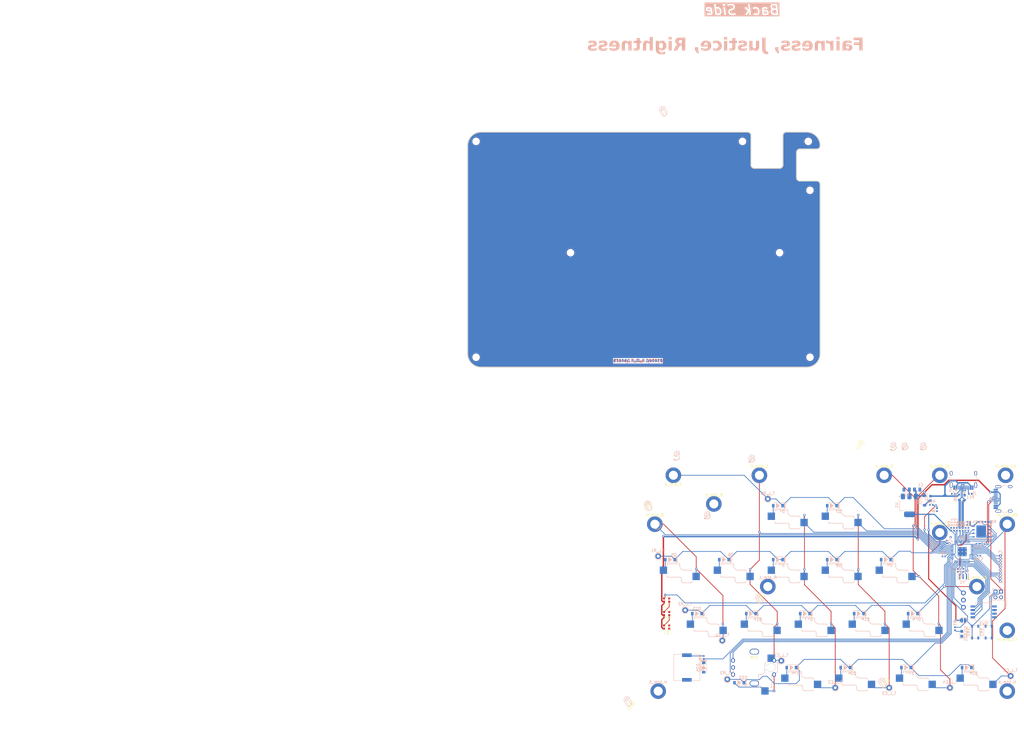
<source format=kicad_pcb>
(kicad_pcb (version 20240108) (generator "pcbnew") (generator_version "8.0")
  (title_block (title "Sandy") (date "2023-01-06") (rev "v.0") (company "@jpskenn"))
  (layers (0 "F.Cu" signal) (31 "B.Cu" signal) (34 "B.Paste" user) (35 "F.Paste" user) (36 "B.SilkS" user "B.Silkscreen") (37 "F.SilkS" user "F.Silkscreen") (38 "B.Mask" user) (39 "F.Mask" user) (44 "Edge.Cuts" user))
  (net 0 "")
  (net 1 "Net-(D1-A)")
  (net 2 "Net-(D2-A)")
  (net 3 "Net-(D5-A)")
  (net 4 "Net-(D6-A)")
  (net 5 "Net-(D7-A)")
  (net 6 "Net-(D9-A)")
  (net 17 "L_dip3")
  (net 19 "Net-(L2-DOUT)")
  (net 20 "Net-(L1-DOUT)")
  (net 21 "L_QSPI_SCLK")
  (net 22 "Net-(U3-XIN)")
  (net 23 "L_QSPI_SD0")
  (net 24 "L_QSPI_SD2")
  (net 25 "L_QSPI_SD1")
  (net 26 "L_QSPI_SD3")
  (net 27 "L_col5")
  (net 28 "L_RE_B")
  (net 29 "L_RE_A")
  (net 30 "L_col4")
  (net 31 "L_col1")
  (net 32 "L_col0")
  (net 33 "L_col3")
  (net 34 "L_col2")
  (net 35 "L_dip1")
  (net 36 "L_RESERVE9")
  (net 37 "L_dip4")
  (net 38 "L_dip2")
  (net 39 "L_VBUS_detection")
  (net 40 "Net-(R6-Pad1)")
  (net 41 "Net-(U3-XOUT)")
  (net 42 "L_QSPI_SS")
  (net 43 "Net-(U3-USB_DM)")
  (net 44 "Net-(U3-USB_DP)")
  (net 49 "L_RX")
  (net 50 "L_TX{slash}SERIAL")
  (net 52 "+5V")
  (net 54 "Net-(J5-CC1)")
  (net 55 "Net-(J5-CC2)")
  (net 56 "L_RESERVE1")
  (net 57 "L_RESERVE4")
  (net 58 "L_RESERVE3")
  (net 59 "L_RESERVE6")
  (net 60 "L_RESERVE5")
  (net 61 "L_RESERVE8")
  (net 62 "L_RESERVE2")
  (net 63 "L_RESERVE7")
  (net 64 "L_SWCLK")
  (net 65 "L_SWD")
  (net 66 "L_USB_BOOT")
  (net 67 "Net-(LS1-Pad1)")
  (net 68 "Net-(JP1-B)")
  (net 69 "L_RESET")
  (net 70 "L_LED")
  (net 71 "L_D+")
  (net 72 "L_D-")
  (net 73 "L_Audio")
  (net 74 "Net-(STLED1-A)")
  (net 75 "L_row3")
  (net 76 "L_row2")
  (net 77 "L_row1")
  (net 78 "Net-(D28-A)")
  (net 79 "Net-(SD1-A)")
  (net 80 "Net-(D27-A)")
  (net 81 "GND")
  (net 82 "Net-(D25-A)")
  (net 83 "L_row0")
  (net 84 "Net-(D19-A)")
  (net 85 "Net-(D18-A)")
  (net 86 "Net-(D17-A)")
  (net 87 "Net-(D16-A)")
  (net 88 "Net-(D8-A)")
  (net 89 "VBUS")
  (net 90 "Net-(D26-A)")
  (net 91 "Net-(D15-A)")
  (net 92 "Net-(D33-A)")
  (net 93 "+1V1")
  (net 94 "+3V3")
  (footprint "locallib:Kailh_socket_ChocV2" (layer "F.Cu") (at 190.722556 221.075383)
    (property "Reference" "SW_28")
    (property "Value" "LSPC")
  )
  (footprint "LED_SMD:LED_WS2812B-2020_PLCC4_2.0x2.0mm" (layer "F.Cu") (at 100.235067 197.262935 180)
    (property "Reference" "L1")
    (property "Value" "WS2812B-2020")
  )
  (footprint "locallib:MountingHole_2.2mm_M2_no_REF" (layer "F.Cu") (at 150.836667 52.601502)
    (property "Reference" "H_mid_20" (hide yes))
    (property "Value" "MountingHole")
  )
  (footprint "locallib:MountingHole_M2_Through-hole_tap_THC-0.8-x-2" (layer "F.Cu") (at 132.977277 153.209763)
    (property "Reference" "H_mid_2")
    (property "Value" "MountingHole")
  )
  (footprint "locallib:Kailh_socket_ChocV2" (layer "F.Cu") (at 155.003806 202.025623)
    (property "Reference" "SW_17")
    (property "Value" "C")
  )
  (footprint "locallib:MountingHole_M2_Through-hole_tap_THC-0.8-x-2" (layer "F.Cu") (at 196.675768 153.209763)
    (property "Reference" "H_mid_21")
    (property "Value" "MountingHole")
  )
  (footprint "locallib:Kailh_socket_ChocV2" (layer "F.Cu") (at 135.953806 202.025623)
    (property "Reference" "SW_16")
    (property "Value" "X")
  )
  (footprint "locallib:ICON_Screw_Medium" (layer "F.Cu") (at 177.538372 229.007992)
    (property "Reference" "REF**" (hide yes))
    (property "Value" "ICON_Screw_Medium")
  )
  (footprint "locallib:Kailh_socket_ChocV2" (layer "F.Cu") (at 116.903806 202.025623)
    (property "Reference" "SW_15")
    (property "Value" "Z")
  )
  (footprint "locallib:ICON_Screw_Medium" (layer "F.Cu") (at 87.733489 237.148896)
    (property "Reference" "REF**" (hide yes))
    (property "Value" "ICON_Screw_Medium")
  )
  (footprint "locallib:ICON_Screw_Medium" (layer "F.Cu") (at 93.599312 166.500194)
    (property "Reference" "REF**" (hide yes))
    (property "Value" "ICON_Screw_Medium")
  )
  (footprint "locallib:MountingHole_M2_Through-hole_tap_THC-0.8-x-2" (layer "F.Cu") (at 219.892975 153.209763)
    (property "Reference" "H_mid_19")
    (property "Value" "MountingHole")
  )
  (footprint "locallib:MountingHole_M2_Through-hole_tap_THC-0.8-x-2" (layer "F.Cu") (at 102.616314 153.209758 180)
    (property "Reference" "H_mid_1")
    (property "Value" "MountingHole")
  )
  (footprint "locallib:MountingHole_2.2mm_M2_no_REF" (layer "F.Cu") (at 32.964693 35.33742 180)
    (property "Reference" "H_mid_1" (hide yes))
    (property "Value" "MountingHole")
  )
  (footprint "locallib:MountingHole_M2_Through-hole_tap_THC-0.8-x-2" (layer "F.Cu") (at 177.030439 153.209763)
    (property "Reference" "H_mid_3")
    (property "Value" "MountingHole")
  )
  (footprint "locallib:Kailh_socket_ChocV2" (layer "F.Cu") (at 193.103806 202.025383)
    (property "Reference" "SW_19")
    (property "Value" "B")
  )
  (footprint "locallib:Kailh_socket_ChocV2" (layer "F.Cu") (at 212.153806 221.075743)
    (property "Reference" "SW_29")
    (property "Value" "L_CNT")
  )
  (footprint "locallib:MountingHole_M2_Through-hole_tap_THC-0.8-x-2" (layer "F.Cu") (at 220.488288 170.47384)
    (property "Reference" "H_mid_20")
    (property "Value" "MountingHole")
  )
  (footprint "locallib:Kailh_socket_ChocV2" (layer "F.Cu") (at 126.428806 182.975543)
    (property "Reference" "SW_6")
    (property "Value" "A")
  )
  (footprint "locallib:MountingHole_2.2mm_M2_no_REF" (layer "F.Cu") (at 150.241354 35.337425)
    (property "Reference" "H_mid_19" (hide yes))
    (property "Value" "MountingHole")
  )
  (footprint "locallib:Kailh_socket_ChocV2" (layer "F.Cu") (at 145.478806 182.975543)
    (property "Reference" "SW_7")
    (property "Value" "S")
  )
  (footprint "locallib:Kailh_socket_ChocV2" (layer "F.Cu") (at 174.053806 202.025623)
    (property "Reference" "SW_18")
    (property "Value" "V")
  )
  (footprint "locallib:Kailh_socket_ChocV2" (layer "F.Cu") (at 150.241306 221.075743)
    (property "Reference" "SW_LWIN1")
    (property "Value" "LWIN")
  )
  (footprint "locallib:SandyLP-Duo_outline_BottomB_narrow_edge" (layer "F.Cu") (at 159.170935 84.153405)
    (property "Reference" "REF**" (hide yes))
    (property "Value" "60_Outline" (hide yes))
    (fp_line (start -129.182921 26.123471) (end -129.182921 -47.32504) (stroke (width 0.3)) (layer "Edge.Cuts"))
    (fp_line (start -30.360962 -52.08754) (end -124.420421 -52.08754) (stroke (width 0.3)) (layer "Edge.Cuts"))
    (fp_line (start -29.170337 -40.48125) (end -29.170337 -50.896915) (stroke (width 0.3)) (layer "Edge.Cuts"))
    (fp_line (start -19.05 -39.290625) (end -27.979712 -39.290625) (stroke (width 0.3)) (layer "Edge.Cuts"))
    (fp_line (start -17.859375 -50.896915) (end -17.859375 -40.48125) (stroke (width 0.3)) (layer "Edge.Cuts"))
    (fp_line (start -13.096885 -36.014078) (end -13.096885 -44.94379) (stroke (width 0.3)) (layer "Edge.Cuts"))
    (fp_line (start -11.90626 -46.134415) (end -5.953129 -46.134415) (stroke (width 0.3)) (layer "Edge.Cuts"))
    (fp_line (start -9.525004 -52.08754) (end -16.66875 -52.08754) (stroke (width 0.3)) (layer "Edge.Cuts"))
    (fp_line (start -9.525004 30.885971) (end -124.420421 30.885971) (stroke (width 0.3)) (layer "Edge.Cuts"))
    (fp_line (start -5.953129 -34.823453) (end -11.90626 -34.823453) (stroke (width 0.3)) (layer "Edge.Cuts"))
    (fp_line (start -4.762504 26.123471) (end -4.762504 -33.632828) (stroke (width 0.3)) (layer "Edge.Cuts"))
    (fp_arc (start -129.182921 -47.32504) (mid -127.788017 -50.692636) (end -124.420421 -52.08754) (stroke (width 0.3)) (layer "Edge.Cuts"))
    (fp_arc (start -124.420421 30.885971) (mid -127.788017 29.491067) (end -129.182921 26.123471) (stroke (width 0.3)) (layer "Edge.Cuts"))
    (fp_arc (start -30.360962 -52.08754) (mid -29.519063 -51.738814) (end -29.170337 -50.896915) (stroke (width 0.3)) (layer "Edge.Cuts"))
    (fp_arc (start -27.979712 -39.290625) (mid -28.821611 -39.639351) (end -29.170337 -40.48125) (stroke (width 0.3)) (layer "Edge.Cuts"))
    (fp_arc (start -17.859375 -50.896915) (mid -17.510649 -51.738814) (end -16.66875 -52.08754) (stroke (width 0.3)) (layer "Edge.Cuts"))
    (fp_arc (start -17.859375 -40.48125) (mid -18.208101 -39.639351) (end -19.05 -39.290625) (stroke (width 0.3)) (layer "Edge.Cuts"))
    (fp_arc (start -13.096885 -44.94379) (mid -12.748159 -45.785689) (end -11.90626 -46.134415) (stroke (width 0.3)) (layer "Edge.Cuts"))
    (fp_arc (start -11.90626 -34.823453) (mid -12.748159 -35.172179) (end -13.096885 -36.014078) (stroke (width 0.3)) (layer "Edge.Cuts"))
    (fp_arc (start -9.525004 -52.08754) (mid -6.15741 -50.692634) (end -4.762504 -47.32504) (stroke (width 0.3)) (layer "Edge.Cuts"))
    (fp_arc (start -5.953129 -34.823453) (mid -5.11123 -34.474727) (end -4.762504 -33.632828) (stroke (width 0.3)) (layer "Edge.Cuts"))
    (fp_arc (start -4.762504 -47.32504) (mid -5.11123 -46.483141) (end -5.953129 -46.134415) (stroke (width 0.3)) (layer "Edge.Cuts"))
    (fp_arc (start -4.762504 26.123471) (mid -6.157413 29.491062) (end -9.525004 30.885971) (stroke (width 0.3)) (layer "Edge.Cuts"))
  )
  (footprint "locallib:MountingHole_M2_Through-hole_tap_THC-0.8-x-2" (layer "F.Cu") (at 196.675768 173.450405)
    (property "Reference" "H_mid_10")
    (property "Value" "MountingHole")
  )
  (footprint "locallib:Kailh_socket_ChocV2" (layer "F.Cu") (at 145.478806 163.925463)
    (property "Reference" "SW_1")
    (property "Value" "W")
  )
  (footprint "LED_SMD:LED_WS2812B-2020_PLCC4_2.0x2.0mm" (layer "F.Cu") (at 100.235067 206.787943 180)
    (property "Reference" "L3")
    (property "Value" "WS2812B-2020")
  )
  (footprint "locallib:MountingHole_M2_Through-hole_tap_THC-0.8-x-2" (layer "F.Cu") (at 220.488288 207.978559 180)
    (property "Reference" "H_mid_17")
    (property "Value" "MountingHole")
  )
  (footprint "locallib:Kailh_socket_ChocV2" (layer "F.Cu") (at 107.378806 182.975743)
    (property "Reference" "SW_5")
    (property "Value" "LCTL")
  )
  (footprint "locallib:MountingHole_M2_Through-hole_tap_THC-0.8-x-2" (layer "F.Cu") (at 209.772632 192.500421)
    (property "Reference" "H_mid_15")
    (property "Value" "MountingHole")
  )
  (footprint "locallib:MountingHole_2.2mm_M2_no_REF" (layer "F.Cu") (at 140.121011 74.628083)
    (property "Reference" "H_mid_15" (hide yes))
    (property "Value" "MountingHole")
  )
  (footprint "locallib:MountingHole_M2_Through-hole_tap_THC-0.8-x-2" (layer "F.Cu") (at 116.903826 163.33008)
    (property "Reference" "H_mid_9")
    (property "Value" "MountingHole")
  )
  (footprint "locallib:ICON_Screw_Medium" (layer "F.Cu") (at 168.608748 145.068926)
    (property "Reference" "REF**" (hide yes))
    (property "Value" "ICON_Screw_Medium")
  )
  (footprint "locallib:ICON_Screw_Medium" (layer "F.Cu") (at 133.485283 199.242409)
    (property "Reference" "REF**" (hide yes))
    (property "Value" "ICON_Screw_Medium")
  )
  (footprint "locallib:Kailh_socket_ChocV2" (layer "F.Cu") (at 169.291306 221.075743)
    (property "Reference" "SW_27")
    (property "Value" "LALT")
  )
  (footprint "locallib:Kailh_socket_ChocV2" (layer "F.Cu") (at 164.528806 182.975543)
    (property "Reference" "SW_8")
    (property "Value" "D")
  )
  (footprint "locallib:Kailh_socket_ChocV2" (layer "F.Cu") (at 164.528806 163.925463)
    (property "Reference" "SW_2")
    (property "Value" "E")
  )
  (footprint "locallib:Kailh_socket_ChocV2" (layer "F.Cu") (at 183.578806 182.975543)
    (property "Reference" "SW_9")
    (property "Value" "F")
  )
  (footprint "locallib:MountingHole_M2_Through-hole_tap_THC-0.8-x-2" (layer "F.Cu") (at 96.067871 170.47384)
    (property "Reference" "H_mid_8")
    (property "Value" "MountingHole")
  )
  (footprint "locallib:ChocV2_AND_RotaryEncoder_Alps_EC11K-Switch_Vertical_H20mm_NPTH_MP_minimal" (layer "F.Cu") (at 131.191306 221.075397 90)
    (property "Reference" "SW_25" (hide yes))
    (property "Value" "L_RE")
    (fp_line (start 0.8 4.35) (end 0.8 4.700001) (stroke (width 0.12)) (layer "Edge.Cuts"))
    (fp_line (start -0.8 4.35) (end -0.8 4.700001) (stroke (width 0.12)) (layer "Edge.Cuts"))
    (fp_arc (start -0.8 4.35) (mid 0 3.55) (end 0.8 4.35) (stroke (width 0.12)) (layer "Edge.Cuts"))
    (fp_arc (start 0.8 4.700001) (mid 0 7.526433) (end -0.8 4.700001) (stroke (width 0.12)) (layer "Edge.Cuts"))
  )
  (footprint "locallib:MountingHole_2.2mm_M2_no_REF" (layer "F.Cu") (at 127.024147 35.337425)
    (property "Reference" "H_mid_21" (hide yes))
    (property "Value" "MountingHole")
  )
  (footprint "LED_SMD:LED_WS2812B-2020_PLCC4_2.0x2.0mm" (layer "F.Cu") (at 100.235067 202.025439 180)
    (property "Reference" "L2")
    (property "Value" "WS2812B-2020")
  )
  (footprint "locallib:ICON_Nut" (layer "B.Cu") (at 130.196025 146.847259 180)
    (property "Reference" "REF**" (hide yes))
    (property "Value" "ICON_Nut")
  )
  (footprint "locallib:ICON_Spacer" (layer "B.Cu") (at 132.935032 199.374676 180)
    (property "Reference" "REF**")
    (property "Value" "ICON_Spacer")
  )
  (footprint "locallib:PinHeader_1x03_P2.54mm_Vertical_All_circle" (layer "B.Cu") (at 205.01015 194.737925 180)
    (property "Reference" "J2" (hide yes))
    (property "Value" "Conn_01x03")
  )
  (footprint "Button_Switch_SMD:SW_SPST_PTS810" (layer "B.Cu") (at 209.177341 208.573872 -90)
    (property "Reference" "SW2")
    (property "Value" "RESET_ALT")
  )
  (footprint "Resistor_SMD:R_0402_1005Metric" (layer "B.Cu") (at 202.033585 207.383246 90)
    (property "Reference" "R1")
    (property "Value" "1k")
  )
  (footprint "locallib:TestPoint_THTPad_D2.0mm_Drill1.0mm" (layer "B.Cu") (at 140.716346 218.694193 180)
    (property "Reference" "T_L_C1")
    (property "Value" "Conn_01x01")
  )
  (footprint "Jumper:SolderJumper-2_P1.3mm_Open_RoundedPad1.0x1.5mm" (layer "B.Cu") (at 205.01015 204.406681)
    (property "Reference" "JP1" (hide yes))
    (property "Value" "SolderJumper_2_Open")
  )
  (footprint "locallib:TestPoint_THTPad_D2.0mm_Drill1.0mm" (layer "B.Cu") (at 106.783505 200.834803 180)
    (property "Reference" "T_L_R2")
    (property "Value" "Conn_01x01")
  )
  (footprint "Capacitor_SMD:C_0402_1005Metric" (layer "B.Cu") (at 203.991306 186.756633 -90)
    (property "Reference" "C6")
    (property "Value" "100n")
  )
  (footprint "locallib:PinHeader_2x02_P2.00mm_Vertical_2pair" (layer "B.Cu") (at 216.321097 194.28636 -90)
    (property "Reference" "J1")
    (property "Value" "Conn_02x02_Odd_Even")
  )
  (footprint "Resistor_SMD:R_0402_1005Metric" (layer "B.Cu") (at 193.691306 163.656633 180)
    (property "Reference" "R12")
    (property "Value" "5.6k")
  )
  (footprint "locallib:ICON_Spacer" (layer "B.Cu") (at 99.002189 27.329215 180)
    (property "Reference" "REF**" (hide yes))
    (property "Value" "ICON_Spacer" (hide yes))
  )
  (footprint "Buzzer_Beeper:Buzzer_Murata_PKMCS0909E" (layer "B.Cu") (at 107.378806 221.075383 -90)
    (property "Reference" "LS1")
    (property "Value" "Speaker")
  )
  (footprint "locallib:TestPoint_THTPad_D2.0mm_Drill1.0mm" (layer "B.Cu") (at 200.247646 228.219201 180)
    (property "Reference" "T_L_C4")
    (property "Value" "Conn_01x01")
  )
  (footprint "locallib:MountingHole_2.2mm_M2_no_REF" (layer "B.Cu") (at 150.836667 111.537849 180)
    (property "Reference" "H_btm_4" (hide yes))
    (property "Value" "MountingHole")
  )
  (footprint "locallib:MountingHole_2.2mm_M2_no_REF" (layer "B.Cu") (at 32.964693 111.537849 180)
    (property "Reference" "H_btm_3" (hide yes))
    (property "Value" "MountingHole")
  )
  (footprint "Crystal:Resonator_SMD_Murata_CSTxExxV-3Pin_3.0x1.1mm" (layer "B.Cu") (at 204.891306 188.956633 180)
    (property "Reference" "Y1")
    (property "Value" "12MHz")
  )
  (footprint "Capacitor_SMD:C_0402_1005Metric" (layer "B.Cu") (at 201.691306 172.256633 90)
    (property "Reference" "C15")
    (property "Value" "2.2uF")
  )
  (footprint "Capacitor_SMD:C_0402_1005Metric" (layer "B.Cu") (at 205.767219 172.256633 90)
    (property "Reference" "C5")
    (property "Value" "100n")
  )
  (footprint "Package_TO_SOT_SMD:SOT-143" (layer "B.Cu") (at 204.491306 160.948832 180)
    (property "Reference" "D36")
    (property "Value" "PRTR5V0U2X")
  )
  (footprint "Capacitor_SMD:C_0402_1005Metric" (layer "B.Cu") (at 210.491306 181.556633)
    (property "Reference" "C10")
    (property "Value" "100n")
  )
  (footprint "locallib:ICON_arrow_round_small" (layer "B.Cu") (at 97.490358 172.056633)
    (property "Reference" "REF**" (hide yes))
    (property "Value" "ICON_arrow_round_small")
  )
  (footprint "Resistor_SMD:R_0402_1005Metric" (layer "B.Cu") (at 195.691306 165.366633 -90)
    (property "Reference" "R8")
    (property "Value" "10k")
  )
  (footprint "Capacitor_SMD:C_0402_1005Metric" (layer "B.Cu") (at 206.891306 169.656633 180)
    (property "Reference" "C13")
    (property "Value" "2.2uF")
  )
  (footprint "locallib:D_SOD-123_Emphasized_Direction_Line_Reference_on_bottom" (layer "B.Cu") (at 125.833521 226.433262 180)
    (property "Reference" "D33")
    (property "Value" "D")
  )
  (footprint "locallib:D_SOD-123_Emphasized_Direction_Line_Reference_on_bottom" (layer "B.Cu") (at 144.288224 221.075445 180)
    (property "Reference" "D25")
    (property "Value" "D")
  )
  (footprint "locallib:D_SOD-123_Emphasized_Direction_Line_Reference_on_bottom" (layer "B.Cu") (at 149.050728 202.025429 180)
    (property "Reference" "D17")
    (property "Value" "D")
  )
  (footprint "locallib:ICON_arrow_round_small" (layer "B.Cu") (at 180.602317 144.280068)
    (property "Reference" "REF**" (hide yes))
    (property "Value" "ICON_arrow_round_small")
  )
  (footprint "locallib:MountingHole_M2_Through-hole_tap_THC-0.8-x-2" (layer "B.Cu") (at 135.953842 192.500421 180)
    (property "Reference" "H_btm_1")
    (property "Value" "MountingHole")
  )
  (footprint "locallib:MountingHole_M2_Through-hole_tap_THC-0.8-x-2" (layer "B.Cu") (at 97.258497 229.409827 180)
    (property "Reference" "H_btm_3")
    (property "Value" "MountingHole")
  )
  (footprint "locallib:ICON_arrow_round_small" (layer "B.Cu") (at 104.10694 147.722251)
    (property "Reference" "REF**" (hide yes))
    (property "Value" "ICON_arrow_round_small")
  )
  (footprint "Capacitor_SMD:C_0402_1005Metric" (layer "B.Cu") (at 200.691306 172.256633 90)
    (property "Reference" "C9")
    (property "Value" "100n")
  )
  (footprint "locallib:TestPoint_THTPad_D2.0mm_Drill1.0mm" (layer "B.Cu") (at 119.880391 211.550437 180)
    (property "Reference" "T_L_C0")
    (property "Value" "Conn_01x01")
  )
  (footprint "locallib:ICON_arrow_round_small" (layer "B.Cu") (at 194.910056 178.656633)
    (property "Reference" "REF**" (hide yes))
    (property "Value" "ICON_arrow_round_small")
  )
  (footprint "Connector_PinHeader_1.00mm:PinHeader_1x10_P1.00mm_Vertical" (layer "B.Cu") (at 218.091306 181.656633 180)
    (property "Reference" "J4")
    (property "Value" "Conn_01x10_Pin")
  )
  (footprint "locallib:D_SOD-123_Emphasized_Direction_Line_Reference_on_bottom" (layer "B.Cu") (at 158.575736 182.975413 180)
    (property "Reference" "D8")
    (property "Value" "D")
  )
  (footprint "locallib:MountingHole_M2_Through-hole_tap_THC-0.8-x-2" (layer "B.Cu") (at 220.488288 229.409827 180)
    (property "Reference" "H_btm_4")
    (property "Value" "MountingHole")
  )
  (footprint "Resistor_SMD:R_0402_1005Metric" (layer "B.Cu") (at 204.751219 172.256633 90)
    (property "Reference" "R2")
    (property "Value" "27")
  )
  (footprint "locallib:RP2040-QFN-56" (layer "B.Cu") (at 204.591402 180.175413 180)
    (property "Reference" "U3")
    (property "Value" "RP2040")
  )
  (footprint "locallib:MountingHole_2.2mm_M2_no_REF" (layer "B.Cu") (at 66.302221 74.628443 180)
    (property "Reference" "H_btm_1" (hide yes))
    (property "Value" "MountingHole")
  )
  (footprint "locallib:D_SOD-123_Emphasized_Direction_Line_Reference_on_bottom" (layer "B.Cu") (at 168.100744 202.025429 180)
    (property "Reference" "D18")
    (property "Value" "D")
  )
  (footprint "locallib:D_SOD-123_Emphasized_Direction_Line_Reference_on_bottom" (layer "B.Cu") (at 110.950696 202.025429 180)
    (property "Reference" "D15")
    (property "Value" "D")
  )
  (footprint "Package_TO_SOT_SMD:SOT-223-3_TabPin2" (layer "B.Cu") (at 185.960134 163.844145 -90)
    (property "Reference" "U1")
    (property "Value" "NCP1117-3.3_SOT223")
  )
  (footprint "locallib:ICON_arrow_round_small" (layer "B.Cu") (at 130.596025 148.447259)
    (property "Reference" "REF**" (hide yes))
    (property "Value" "ICON_arrow_round_small")
  )
  (footprint "locallib:ICON_Nut" (layer "B.Cu") (at 103.80694 145.470694 180)
    (property "Reference" "REF**" (hide yes))
    (property "Value" "ICON_Nut")
  )
  (footprint "locallib:TestPoint_THTPad_D2.0mm_Drill1.0mm" (layer "B.Cu") (at 159.766362 228.219201 180)
    (property "Reference" "T_L_C2")
    (property "Value" "Conn_01x01")
  )
  (footprint "Button_Switch_SMD:SW_DIP_SPSTx04_Slide_Copal_CHS-04B_W7.62mm_P1.27mm" (layer "B.Cu") (at 212.153906 201.430116)
    (property "Reference" "SW3")
    (property "Value" "SW_DIP_x04")
  )
  (footprint "Capacitor_SMD:C_0402_1005Metric" (layer "B.Cu") (at 206.783219 172.256633 90)
    (property "Reference" "C3")
    (property "Value" "100n")
  )
  (footprint "locallib:ICON_Nut" (layer "B.Cu") (at 194.294518 177.022283 180)
    (property "Reference" "REF**" (hide yes))
    (property "Value" "ICON_Nut")
  )
  (footprint "Resistor_SMD:R_0402_1005Metric" (layer "B.Cu") (at 203.709819 172.256633 90)
    (property "Reference" "R3")
    (property "Value" "27")
  )
  (footprint "locallib:D_SOD-123_Emphasized_Direction_Line_Reference_on_bottom" (layer "B.Cu") (at 130.000712 202.025429 180)
    (property "Reference" "D16")
    (property "Value" "D")
  )
  (footprint "locallib:ICON_Spacer" (layer "B.Cu") (at 86.500616 235.688773 180)
    (property "Reference" "REF**")
    (property "Value" "ICON_Spacer")
  )
  (footprint "locallib:TestPoint_THTPad_D2.0mm_Drill1.0mm" (layer "B.Cu") (at 135.953806 161.544133 180)
    (property "Reference" "T_L_R0")
    (property "Value" "Conn_01x01")
  )
  (footprint "Capacitor_SMD:C_0402_1005Metric" (layer "B.Cu") (at 199.091306 176.756633 90)
    (property "Reference" "C7")
    (property "Value" "100n")
  )
  (footprint "Diode_SMD:D_SOD-123" (layer "B.Cu") (at 191.317951 162.139458 -90)
    (property "Reference" "SD1")
    (property "Value" "Schottky diode")
  )
  (footprint "locallib:ICON_Spacer" (layer "B.Cu") (at 93.674312 166.632461 180)
    (property "Reference" "REF**")
    (property "Value" "ICON_Spacer")
  )
  (footprint "Button_Switch_SMD:SW_SPST_PTS810" (layer "B.Cu") (at 213.939845 208.573872 -90)
    (property "Reference" "SW1")
    (property "Value" "BOOT_ALT")
  )
  (footprint "Resistor_SMD:R_0402_1005Metric" (layer "B.Cu") (at 201.438272 159.758206 180)
    (property "Reference" "R10")
    (property "Value" "5.1k")
  )
  (footprint "locallib:ICON_Nut" (layer "B.Cu") (at 180.218047 142.448864 180)
    (property "Reference" "REF**" (hide yes))
    (property "Value" "ICON_Nut")
  )
  (footprint "locallib:D_SOD-123_Emphasized_Direction_Line_Reference_on_bottom" (layer "B.Cu") (at 139.52572 182.975413 180)
    (property "Reference" "D7")
    (property "Value" "D")
  )
  (footprint "locallib:ICON_arrow_round_small" (layer "B.Cu") (at 191.24129 144.078463)
    (property "Reference" "REF**" (hide yes))
    (property "Value" "ICON_arrow_round_small")
  )
  (footprint "Capacitor_SMD:C_0805_2012Metric" (layer "B.Cu") (at 184.974195 158.256633 180)
    (property "Reference" "C2")
    (property "Value" "10u")
  )
  (footprint "Resistor_SMD:R_0402_1005Metric" (layer "B.Cu") (at 204.991306 186.756633 90)
    (property "Reference" "R6")
    (property "Value" "1k")
  )
  (footprint "locallib:ICON_Nut" (layer "B.Cu") (at 97.00111 170.47384 180)
    (property "Reference" "REF**" (hide yes))
    (property "Value" "ICON_Nut")
  )
  (footprint "Resistor_SMD:R_0402_1005Metric" (layer "B.Cu") (at 113.331948 217.503567 -90)
    (property "Reference" "R9")
    (property "Value" "1k")
  )
  (footprint "Resistor_SMD:R_0402_1005Metric" (layer "B.Cu") (at 213.291306 169.656633 180)
    (property "Reference" "R5")
    (property "Value" "1k")
  )
  (footprint "locallib:D_SOD-123_Emphasized_Direction_Line_Reference_on_bottom" (layer "B.Cu") (at 206.200776 221.075445 180)
    (property "Reference" "D28")
    (property "Value" "D")
  )
  (footprint "Resistor_SMD:R_0402_1005Metric" (layer "B.Cu") (at 211.091306 169.656633)
    (property "Reference" "R4")
    (property "Value" "10k")
  )
  (footprint "Capacitor_SMD:C_0402_1005Metric" (layer "B.Cu") (at 202.691306 172.256633 90)
    (property "Reference" "C14")
    (property "Value" "2.2uF")
  )
  (footprint "locallib:ICON_Nut" (layer "B.Cu") (at 184.174195 142.494129 180)
    (property "Reference" "REF**" (hide yes))
    (property "Value" "ICON_Nut")
  )
  (footprint "locallib:D_SOD-123_Emphasized_Direction_Line_Reference_on_bottom" (layer "B.Cu") (at 163.33824 221.075445 180)
    (property "Reference" "D26")
    (property "Value" "D")
  )
  (footprint "Capacitor_SMD:C_0402_1005Metric" (layer "B.Cu") (at 206.891306 170.656633 180)
    (property "Reference" "C12")
    (property "Value" "100n")
  )
  (footprint "locallib:TestPoint_THTPad_D2.0mm_Drill1.0mm" (layer "B.Cu") (at 221.678914 224.05201 180)
    (property "Reference" "T_L_C5")
    (property "Value" "Conn_01x01")
  )
  (footprint "locallib:USB_C_Receptacle_HRO_TYPE-C-31-M-12" (layer "B.Cu") (at 205.01015 153.537843)
    (property "Reference" "J5")
    (property "Value" "USB_C_Receptacle_USB2.0")
  )
  (footprint "locallib:ICON_Nut" (layer "B.Cu") (at 190.722638 142.494129 180)
    (property "Reference" "REF**" (hide yes))
    (property "Value" "ICON_Nut")
  )
  (footprint "locallib:D_SOD-123_Emphasized_Direction_Line_Reference_on_bottom" (layer "B.Cu") (at 120.475704 182.975413 180)
    (property "Reference" "D6")
    (property "Value" "D")
  )
  (footprint "locallib:ICON_arrow_round_small" (layer "B.Cu") (at 184.761611 144.006617)
    (property "Reference" "REF**" (hide yes))
    (property "Value" "ICON_arrow_round_small")
  )
  (footprint "locallib:D_SOD-123_Emphasized_Direction_Line_Reference_on_bottom" (layer "B.Cu") (at 187.15076 202.025429 180)
    (property "Reference" "D19")
    (property "Value" "D")
  )
  (footprint "locallib:ICON_Nut" (layer "B.Cu") (at 114.522576 166.819133 180)
    (property "Reference" "REF**" (hide yes))
    (property "Value" "ICON_Nut")
  )
  (footprint "Capacitor_SMD:C_0402_1005Metric" (layer "B.Cu") (at 202.991306 186.756633 -90)
    (property "Reference" "C4")
    (property "Value" "100n")
  )
  (footprint "locallib:USB_C_Receptacle_HRO_TYPE-C-31-M-12" (layer "B.Cu") (at 220.472306 161.544145 -90)
    (property "Reference" "J6")
    (property "Value" "USB_C_Receptacle_USB2.0")
  )
  (footprint "Capacitor_SMD:C_0402_1005Metric" (layer "B.Cu") (at 210.091306 177.356633)
    (property "Reference" "C11")
    (property "Value" "100n")
  )
  (footprint "locallib:D_SOD-123_Emphasized_Direction_Line_Reference_on_bottom" (layer "B.Cu") (at 101.425688 182.975413 180)
    (property "Reference" "D5")
    (property "Value" "D")
  )
  (footprint "Capacitor_SMD:C_0805_2012Metric" (layer "B.Cu") (at 188.691306 158.256633)
    (property "Reference" "C1")
    (property "Value" "10u")
  )
  (footprint "locallib:ICON_Spacer" (layer "B.Cu") (at 176.392809 229.140263 180)
    (property "Reference" "REF**")
    (property "Value" "ICON_Spacer")
  )
  (footprint "Capacitor_SMD:C_0402_1005Metric" (layer "B.Cu") (at 198.116306 181.856633 180)
    (property "Reference" "C8")
    (property "Value" "100n")
  )
  (footprint "Resistor_SMD:R_0402_1005Metric" (layer "B.Cu") (at 207.441306 159.758206)
    (property "Reference" "R11")
    (property "Value" "5.1k")
  )
  (footprint "locallib:ICON_arrow_round_small" (layer "B.Cu") (at 114.910056 168.421239)
    (property "Reference" "REF**" (hide yes))
    (property "Value" "ICON_arrow_round_small")
  )
  (footprint "locallib:D_SOD-123_Emphasized_Direction_Line_Reference_on_bottom" (layer "B.Cu") (at 177.625752 182.975413 180)
    (property "Reference" "D9")
    (property "Value" "D")
  )
  (footprint "Fuse:Fuse_0603_1608Metric" (layer "B.Cu") (at 193.391306 161.351958 -90)
    (property "Reference" "F1")
    (property "Value" "Fuse")
  )
  (footprint "Package_SON:WSON-8-1EP_6x5mm_P1.27mm_EP3.4x4.3mm" (layer "B.Cu") (at 211.291306 173.056633 180)
    (property "Reference" "U4")
    (property "Value" "W25Q128JVPIQ")
  )
  (footprint "locallib:TestPoint_THTPad_D2.0mm_Drill1.0mm" (layer "B.Cu") (at 178.816378 228.219201)
    (property "Reference" "T_L_C3")
    (property "Value" "Conn_01x01")
  )
  (footprint "locallib:D_SOD-123_Emphasized_Direction_Line_Reference_on_bottom" (layer "B.Cu") (at 184.769508 221.075445 180)
    (property "Reference" "D27")
    (property "Value" "D")
  )
  (footprint "locallib:D_SOD-123_Emphasized_Direction_Line_Reference_on_bottom" (layer "B.Cu") (at 158.575736 163.925397 180)
    (property "Reference" "D2")
    (property "Value" "D")
  )
  (footprint "locallib:TestPoint_THTPad_D2.0mm_Drill1.0mm" (layer "B.Cu") (at 97.258497 181.784787 180)
    (property "Reference" "T_L_R1")
    (property "Value" "Conn_01x01")
  )
  (footprint "locallib:TestPoint_THTPad_D2.0mm_Drill1.0mm" (layer "B.Cu") (at 121.66633 225.242636 180)
    (property "Reference" "T_L_R3")
    (property "Value" "Conn_01x01")
  )
  (footprint "locallib:D_SOD-123_Emphasized_Direction_Line_Reference_on_bottom" (layer "B.Cu") (at 113.331948 221.075445 -90)
    (property "Reference" "D35")
    (property "Value" "D")
  )
  (footprint "LED_SMD:LED_0603_1608Metric_Pad1.05x0.95mm_HandSolder" (layer "B.Cu") (at 204.414837 209.169185 90)
    (property "Reference" "STLED1")
    (property "Value" "LED_GREEN")
  )
  (footprint "locallib:D_SOD-123_Emphasized_Direction_Line_Reference_on_bottom" (layer "B.Cu") (at 139.52572 163.925397 180)
    (property "Reference" "D1")
    (property "Value" "D")
  )
  (gr_circle (center 95.928834 170.550397) (end 98.178834 170.550397) (stroke (width 0.2)) (fill none) (layer "B.Cu"))
  (gr_text "#SandyLP_Duo DN0010" (at 90.114741 112.728475 0) (layer "F.Cu") (effects (font (size 1 1))))
  (gr_text "#SandyLP_Duo DN0010" (at 90.114741 112.728475 0) (layer "B.Cu") (effects (font (size 1 1)) (justify mirror)))
  (gr_text "Back Side" (at 127.024147 -11.096629 0) (layer "B.SilkS" knockout) (effects (font (size 3.5 3.5) (thickness 0.6) (italic yes)) (justify mirror)))
  (gr_text "Fairness, Justice, Rightness" (at 121.071017 1.404944 0) (layer "B.SilkS") (effects (font (size 4.5 4.5) (thickness 0.9) (bold yes) (italic yes)) (justify mirror)))
  (segment (start 196.291306 205.656633) (end 196.291306 195.856633) (width 0.25) (layer "F.Cu") (net 0))
  (segment (start 196.675768 173.450405) (end 196.675768 177.462671) (width 0.25) (layer "F.Cu") (net 0))
  (segment (start 132.977277 153.209763) (end 132.977277 173.281633) (width 0.25) (layer "F.Cu") (net 0))
  (segment (start 196.291306 205.656633) (end 196.897556 206.262883) (width 0.25) (layer "F.Cu") (net 0))
  (segment (start 196.238176 153.209763) (end 188.341306 161.106633) (width 0.25) (layer "F.Cu") (net 0))
  (segment (start 188.341306 171.850383) (end 188.091306 172.100383) (width 0.25) (layer "F.Cu") (net 0))
  (segment (start 219.691306 200.256633) (end 215.291306 204.656633) (width 0.25) (layer "F.Cu") (net 0))
  (segment (start 139.291306 201.297259) (end 139.291306 205.656633) (width 0.25) (layer "F.Cu") (net 0))
  (segment (start 219.691306 171.270822) (end 219.691306 200.256633) (width 0.25) (layer "F.Cu") (net 0))
  (segment (start 196.675768 153.209763) (end 196.238176 153.209763) (width 0.25) (layer "F.Cu") (net 0))
  (segment (start 220.488288 170.47384) (end 219.691306 171.270822) (width 0.25) (layer "F.Cu") (net 0))
  (segment (start 187.291312 186.856639) (end 189.341307 188.906634) (width 0.25) (layer "F.Cu") (net 0))
  (segment (start 110.691306 186.256633) (end 120.091306 195.656633) (width 0.25) (layer "F.Cu") (net 0))
  (segment (start 120.091306 195.656633) (end 120.091306 205.656633) (width 0.25) (layer "F.Cu") (net 0))
  (segment (start 129.691306 186.456633) (end 129.691306 191.697259) (width 0.25) (layer "F.Cu") (net 0))
  (segment (start 187.891306 170.456639) (end 187.291312 171.056633) (width 0.25) (layer "F.Cu") (net 0))
  (segment (start 138.191306 206.756633) (end 138.191306 218.575397) (width 0.25) (layer "F.Cu") (net 0))
  (segment (start 215.291306 204.656633) (end 215.291306 217.664402) (width 0.25) (layer "F.Cu") (net 0))
  (segment (start 198.291306 192.506633) (end 198.297518 192.500421) (width 0.25) (layer "F.Cu") (net 0))
  (segment (start 132.977277 183.170662) (end 132.977277 173.281633) (width 0.25) (layer "F.Cu") (net 0))
  (segment (start 96.067871 170.47384) (end 99.17914 170.47384) (width 0.25) (layer "F.Cu") (net 0))
  (segment (start 129.691306 186.456633) (end 132.977277 183.170662) (width 0.25) (layer "F.Cu") (net 0))
  (segment (start 198.297518 192.500421) (end 209.772632 192.500421) (width 0.25) (layer "F.Cu") (net 0))
  (segment (start 215.291306 217.664402) (end 221.678914 224.05201) (width 0.25) (layer "F.Cu") (net 0))
  (segment (start 200.247646 225.200473) (end 200.247646 228.219201) (width 0.25) (layer "F.Cu") (net 0))
  (segment (start 177.030439 153.209763) (end 179.944436 153.209763) (width 0.25) (layer "F.Cu") (net 0))
  (segment (start 129.691306 191.697259) (end 139.291306 201.297259) (width 0.25) (layer "F.Cu") (net 0))
  (segment (start 139.291306 205.656633) (end 138.191306 206.756633) (width 0.25) (layer "F.Cu") (net 0))
  (segment (start 196.897556 221.850383) (end 200.247646 225.200473) (width 0.25) (layer "F.Cu") (net 0))
  (segment (start 196.897556 206.262883) (end 196.897556 221.850383) (width 0.25) (layer "F.Cu") (net 0))
  (segment (start 187.291312 171.056633) (end 187.291312 186.856639) (width 0.25) (layer "F.Cu") (net 0))
  (segment (start 196.291306 195.856633) (end 189.341307 188.906634) (width 0.25) (layer "F.Cu") (net 0))
  (segment (start 188.341306 161.106633) (end 188.341306 171.850383) (width 0.25) (layer "F.Cu") (net 0))
  (segment (start 110.691306 181.986006) (end 110.691306 186.256633) (width 0.25) (layer "F.Cu") (net 0))
  (segment (start 179.944436 153.209763) (end 187.891306 161.156633) (width 0.25) (layer "F.Cu") (net 0))
  (segment (start 196.675768 177.462671) (end 193.581806 180.556633) (width 0.25) (layer "F.Cu") (net 0))
  (segment (start 187.891306 161.156633) (end 187.891306 170.456639) (width 0.25) (layer "F.Cu") (net 0))
  (segment (start 99.17914 170.47384) (end 110.691306 181.986006) (width 0.25) (layer "F.Cu") (net 0))
  (via (at 120.091306 205.656633) (size 0.8) (drill 0.4) (layers "F.Cu" "B.Cu") (net 0))
  (via (at 198.291306 192.506633) (size 0.8) (drill 0.4) (layers "F.Cu" "B.Cu") (net 0))
  (via (at 187.291312 171.056633) (size 0.8) (drill 0.4) (layers "F.Cu" "B.Cu") (net 0))
  (via (at 129.691306 186.456633) (size 0.8) (drill 0.4) (layers "F.Cu" "B.Cu") (net 0))
  (via (at 189.341307 188.906634) (size 0.8) (drill 0.4) (layers "F.Cu" "B.Cu") (net 0))
  (via (at 188.091306 172.100383) (size 0.8) (drill 0.4) (layers "F.Cu" "B.Cu") (net 0))
  (via (at 203.791306 185.356633) (size 0.6) (drill 0.35) (layers "F.Cu" "B.Cu") (net 0))
  (via (at 193.581806 180.556633) (size 0.8) (drill 0.4) (layers "F.Cu" "B.Cu") (net 0))
  (via (at 132.977277 173.281633) (size 0.8) (drill 0.4) (layers "F.Cu" "B.Cu") (net 0))
  (via (at 196.291306 205.656633) (size 0.8) (drill 0.4) (layers "F.Cu" "B.Cu") (net 0))
  (via (at 203.891306 182.256633) (size 0.6) (drill 0.35) (layers "F.Cu" "B.Cu") (net 0))
  (via (at 139.291306 205.656633) (size 0.8) (drill 0.4) (layers "F.Cu" "B.Cu") (net 0))
  (via (at 110.691306 186.256633) (size 0.8) (drill 0.4) (layers "F.Cu" "B.Cu") (net 0))
  (segment (start 186.253133 180.031633) (end 186.778133 180.556633) (width 0.25) (layer "B.Cu") (net 0))
  (segment (start 200.315786 182.031112) (end 200.371485 181.975413) (width 0.2) (layer "B.Cu") (net 0))
  (segment (start 135.953806 161.544133) (end 127.619431 153.209758) (width 0.25) (layer "B.Cu") (net 0))
  (segment (start 139.291306 207.913123) (end 139.228806 207.975623) (width 0.25) (layer "B.Cu") (net 0))
  (segment (start 197.741306 177.706633) (end 198.091306 178.056633) (width 0.25) (layer "B.Cu") (net 0))
  (segment (start 166.085136 161.050463) (end 177.135056 172.100383) (width 0.25) (layer "B.Cu") (net 0))
  (segment (start 144.050654 161.050463) (end 141.17572 163.925397) (width 0.25) (layer "B.Cu") (net 0))
  (segment (start 106.783505 200.834803) (end 111.41007 200.834803) (width 0.25) (layer "B.Cu") (net 0))
  (segment (start 197.010086 179.975413) (end 196.891306 179.856633) (width 0.2) (layer "B.Cu") (net 0))
  (segment (start 196.291306 205.656633) (end 196.291306 207.887883) (width 0.25) (layer "B.Cu") (net 0))
  (segment (start 196.891306 179.856633) (end 196.791306 179.756633) (width 0.2) (layer "B.Cu") (net 0))
  (segment (start 186.778133 180.556633) (end 193.581806 180.556633) (width 0.25) (layer "B.Cu") (net 0))
  (segment (start 213.472529 178.775413) (end 213.541307 178.706635) (width 0.2) (layer "B.Cu") (net 0))
  (segment (start 198.191306 178.156633) (end 198.091306 178.056633) (width 0.2) (layer "B.Cu") (net 0))
  (segment (start 218.402539 224.05201) (end 215.428806 227.025743) (width 0.25) (layer "B.Cu") (net 0))
  (segment (start 157.350802 161.050463) (end 144.050654 161.050463) (width 0.25) (layer "B.Cu") (net 0))
  (segment (start 120.091306 205.656633) (end 120.091306 207.888123) (width 0.25) (layer "B.Cu") (net 0))
  (segment (start 195.123286 177.706633) (end 188.473286 171.056633) (width 0.25) (layer "B.Cu") (net 0))
  (segment (start 186.853806 188.925543) (end 189.322398 188.925543) (width 0.25) (layer "B.Cu") (net 0))
  (segment (start 194.427702 179.556633) (end 196.591306 179.556633) (width 0.25) (layer "B.Cu") (net 0))
  (segment (start 172.62555 199.150623) (end 185.925951 199.150623) (width 0.25) (layer "B.Cu") (net 0))
  (segment (start 200.315786 182.031113) (end 200.315786 182.031112) (width 0.2) (layer "B.Cu") (net 0))
  (segment (start 110.691306 186.256633) (end 110.691306 187.056633) (width 0.25) (layer "B.Cu") (net 0))
  (segment (start 122.125704 182.975413) (end 119.251034 180.100743) (width 0.25) (layer "B.Cu") (net 0))
  (segment (start 160.225736 163.925397) (end 163.10067 161.050463) (width 0.25) (layer "B.Cu") (net 0))
  (segment (start 200.371485 181.975413) (end 201.153902 181.975413) (width 0.2) (layer "B.Cu") (net 0))
  (segment (start 197.741306 177.706633) (end 198.191306 178.156633) (width 0.25) (layer "B.Cu") (net 0))
  (segment (start 194.93689 178.156633) (end 197.391306 178.156633) (width 0.25) (layer "B.Cu") (net 0))
  (segment (start 160.225736 182.975413) (end 157.350866 180.100543) (width 0.25) (layer "B.Cu") (net 0))
  (segment (start 198.291306 192.506633) (end 188.80076 201.997179) (width 0.25) (layer "B.Cu") (net 0))
  (segment (start 182.219532 180.031633) (end 186.253133 180.031633) (width 0.25) (layer "B.Cu") (net 0))
  (segment (start 194.291305 180.056632) (end 196.397517 180.056632) (width 0.25) (layer "B.Cu") (net 0))
  (segment (start 200.247646 228.219201) (end 195.191374 228.219201) (width 0.25) (layer "B.Cu") (net 0))
  (segment (start 195.191374 228.219201) (end 193.997556 227.025383) (width 0.25) (layer "B.Cu") (net 0))
  (segment (start 131.191338 202.025429) (end 128.316532 199.150623) (width 0.25) (layer "B.Cu") (net 0))
  (segment (start 198.010086 178.775413) (end 197.841306 178.606633) (width 0.2) (layer "B.Cu") (net 0))
  (segment (start 220.488288 171.759654) (end 213.541307 178.706635) (width 0.25) (layer "B.Cu") (net 0))
  (segment (start 139.57572 182.975413) (end 136.70085 180.100543) (width 0.25) (layer "B.Cu") (net 0))
  (segment (start 196.397517 180.056632) (end 196.691298 180.350413) (width 0.25) (layer "B.Cu") (net 0))
  (segment (start 201.153902 179.975413) (end 197.010086 179.975413) (width 0.2) (layer "B.Cu") (net 0))
  (segment (start 169.750744 202.025429) (end 172.62555 199.150623) (width 0.25) (layer "B.Cu") (net 0))
  (segment (start 101.885062 181.784787) (end 103.075688 182.975413) (width 0.25) (layer "B.Cu") (net 0))
  (segment (start 196.091306 180.656633) (end 196.210086 180.775413) (width 0.2) (layer "B.Cu") (net 0))
  (segment (start 166.875938 199.150623) (end 153.575534 199.150623) (width 0.25) (layer "B.Cu") (net 0))
  (segment (start 110.653806 187.094133) (end 110.653806 188.925743) (width 0.25) (layer "B.Cu") (net 0))
  (segment (start 129.691306 186.456633) (end 129.691306 188.913043) (width 0.25) (layer "B.Cu") (net 0))
  (segment (start 196.210086 180.775413) (end 201.153902 180.775413) (width 0.2) (layer "B.Cu") (net 0))
  (segment (start 197.741306 177.706633) (end 195.123286 177.706633) (width 0.25) (layer "B.Cu") (net 0))
  (segment (start 201.153902 178.775413) (end 198.010086 178.775413) (width 0.2) (layer "B.Cu") (net 0))
  (segment (start 197.741306 177.706633) (end 198.385086 178.350413) (width 0.25) (layer "B.Cu") (net 0))
  (segment (start 188.473286 171.056633) (end 187.291312 171.056633) (width 0.25) (layer "B.Cu") (net 0))
  (segment (start 99.819414 174.225383) (end 188.460056 174.225383) (width 0.25) (layer "B.Cu") (net 0))
  (segment (start 136.70085 180.100543) (end 125.000574 180.100543) (width 0.25) (layer "B.Cu") (net 0))
  (segment (start 141.17572 163.925397) (end 138.794456 161.544133) (width 0.25) (layer "B.Cu") (net 0))
  (segment (start 201.153902 178.375413) (end 198.410086 178.375413) (width 0.2) (layer "B.Cu") (net 0))
  (segment (start 198.791306 192.006633) (end 198.291306 192.506633) (width 0.25) (layer "B.Cu") (net 0))
  (segment (start 188.88064 172.100383) (end 194.93689 178.156633) (width 0.25) (layer "B.Cu") (net 0))
  (segment (start 195.991306 180.556633) (end 193.581806 180.556633) (width 0.25) (layer "B.Cu") (net 0))
  (segment (start 120.178806 207.975623) (end 120.178806 211.252022) (width 0.25) (layer "B.Cu") (net 0))
  (segment (start 127.619431 153.209758) (end 102.616314 153.209758) (width 0.25) (layer "B.Cu") (net 0))
  (segment (start 177.135056 172.100383) (end 188.091306 172.100383) (width 0.25) (layer "B.Cu") (net 0))
  (segment (start 221.678914 224.05201) (end 218.402539 224.05201) (width 0.25) (layer "B.Cu") (net 0))
  (segment (start 197.391306 178.156633) (end 197.691306 178.456633) (width 0.25) (layer "B.Cu") (net 0))
  (segment (start 115.475502 199.150623) (end 112.600696 202.025429) (width 0.25) (layer "B.Cu") (net 0))
  (segment (start 150.700728 202.025429) (end 147.825922 199.150623) (width 0.25) (layer "B.Cu") (net 0))
  (segment (start 189.322398 188.925543) (end 189.341307 188.906634) (width 0.25) (layer "B.Cu") (net 0))
  (segment (start 188.80076 201.997179) (end 188.80076 202.025429) (width 0.25) (layer "B.Cu") (net 0))
  (segment (start 120.091306 207.888123) (end 120.178806 207.975623) (width 0.25) (layer "B.Cu") (net 0))
  (segment (start 196.716298 180.375413) (end 196.397517 180.056632) (width 0.2) (layer "B.Cu") (net 0))
  (segment (start 132.977277 173.281633) (end 133.471027 173.775383) (width 0.25) (layer "B.Cu") (net 0))
  (segment (start 169.750744 202.025429) (end 166.875938 199.150623) (width 0.25) (layer "B.Cu") (net 0))
  (segment (start 163.10067 161.050463) (end 166.085136 161.050463) (width 0.25) (layer "B.Cu") (net 0))
  (segment (start 196.291306 207.887883) (end 196.378806 207.975383) (width 0.25) (layer "B.Cu") (net 0))
  (segment (start 153.575534 199.150623) (end 150.700728 202.025429) (width 0.25) (layer "B.Cu") (net 0))
  (segment (start 179.275752 182.975413) (end 182.219532 180.031633) (width 0.25) (layer "B.Cu") (net 0))
  (segment (start 97.258497 181.784787) (end 101.885062 181.784787) (width 0.25) (layer "B.Cu") (net 0))
  (segment (start 185.925951 199.150623) (end 188.800759 202.025431) (width 0.25) (layer "B.Cu") (net 0))
  (segment (start 199.941306 182.405593) (end 199.941306 184.006633) (width 0.25) (layer "B.Cu") (net 0))
  (segment (start 197.985086 178.750413) (end 198.010086 178.750413) (width 0.25) (layer "B.Cu") (net 0))
  (segment (start 200.315786 182.031113) (end 199.941306 182.405593) (width 0.25) (layer "B.Cu") (net 0))
  (segment (start 160.225736 163.925397) (end 157.350802 161.050463) (width 0.25) (layer "B.Cu") (net 0))
  (segment (start 144.05059 180.100543) (end 141.17572 182.975413) (width 0.25) (layer "B.Cu") (net 0))
  (segment (start 179.275752 182.975413) (end 176.400882 180.100543) (width 0.25) (layer "B.Cu") (net 0))
  (segment (start 138.794456 161.544133) (end 135.953806 161.544133) (width 0.25) (layer "B.Cu") (net 0))
  (segment (start 128.316532 199.150623) (end 115.475502 199.150623) (width 0.25) (layer "B.Cu") (net 0))
  (segment (start 196.591306 179.556633) (end 196.791306 179.756633) (width 0.25) (layer "B.Cu") (net 0))
  (segment (start 198.385086 178.350413) (end 198.410086 178.350413) (width 0.25) (layer "B.Cu") (net 0))
  (segment (start 131.650712 202.025429) (end 131.191338 202.025429) (width 0.25) (layer "B.Cu") (net 0))
  (segment (start 220.488288 170.47384) (end 220.488288 171.759654) (width 0.25) (layer "B.Cu") (net 0))
  (segment (start 122.125704 182.822235) (end 122.125704 182.975413) (width 0.25) (layer "B.Cu") (net 0))
  (segment (start 105.950358 180.100743) (end 103.075688 182.975413) (width 0.25) (layer "B.Cu") (net 0))
  (segment (start 188.800759 201.94718) (end 188.800759 202.025431) (width 0.2) (layer "B.Cu") (net 0))
  (segment (start 120.178806 211.252022) (end 119.880391 211.550437) (width 0.25) (layer "B.Cu") (net 0))
  (segment (start 197.391306 178.156633) (end 197.841306 178.606633) (width 0.25) (layer "B.Cu") (net 0))
  (segment (start 119.251034 180.100743) (end 105.950358 180.100743) (width 0.25) (layer "B.Cu") (net 0))
  (segment (start 110.691306 187.056633) (end 110.653806 187.094133) (width 0.25) (layer "B.Cu") (net 0))
  (segment (start 96.067871 170.47384) (end 99.819414 174.225383) (width 0.25) (layer "B.Cu") (net 0))
  (segment (start 196.091306 180.656633) (end 195.991306 180.556633) (width 0.25) (layer "B.Cu") (net 0))
  (segment (start 201.153902 180.375413) (end 196.716298 180.375413) (width 0.2) (layer "B.Cu") (net 0))
  (segment (start 129.691306 188.913043) (end 129.703806 188.925543) (width 0.25) (layer "B.Cu") (net 0))
  (segment (start 140.59755 218.575397) (end 140.716346 218.694193) (width 0.25) (layer "B.Cu") (net 0))
  (segment (start 197.391306 178.156633) (end 197.985086 178.750413) (width 0.25) (layer "B.Cu") (net 0))
  (segment (start 176.400882 180.100543) (end 163.100606 180.100543) (width 0.25) (layer "B.Cu") (net 0))
  (segment (start 188.646452 173.775383) (end 194.427702 179.556633) (width 0.25) (layer "B.Cu") (net 0))
  (segment (start 138.191306 218.575397) (end 140.59755 218.575397) (width 0.25) (layer "B.Cu") (net 0))
  (segment (start 188.091306 172.100383) (end 188.88064 172.100383) (width 0.25) (layer "B.Cu") (net 0))
  (segment (start 147.825922 199.150623) (end 134.525518 199.150623) (width 0.25) (layer "B.Cu") (net 0))
  (segment (start 111.41007 200.834803) (end 112.600696 202.025429) (width 0.25) (layer "B.Cu") (net 0))
  (segment (start 188.460056 174.225383) (end 194.291305 180.056632) (width 0.25) (layer "B.Cu") (net 0))
  (segment (start 198.410086 178.375413) (end 198.191306 178.156633) (width 0.2) (layer "B.Cu") (net 0))
  (segment (start 197.841306 178.606633) (end 197.691306 178.456633) (width 0.2) (layer "B.Cu") (net 0))
  (segment (start 208.028902 178.775413) (end 213.472529 178.775413) (width 0.2) (layer "B.Cu") (net 0))
  (segment (start 125.000574 180.100543) (end 122.125704 182.975413) (width 0.25) (layer "B.Cu") (net 0))
  (segment (start 133.471027 173.775383) (end 188.646452 173.775383) (width 0.25) (layer "B.Cu") (net 0))
  (segment (start 134.525518 199.150623) (end 131.650712 202.025429) (width 0.25) (layer "B.Cu") (net 0))
  (segment (start 157.350866 180.100543) (end 144.05059 180.100543) (width 0.25) (layer "B.Cu") (net 0))
  (segment (start 163.100606 180.100543) (end 160.225736 182.975413) (width 0.25) (layer "B.Cu") (net 0))
  (segment (start 139.291306 205.656633) (end 139.291306 207.913123) (width 0.25) (layer "B.Cu") (net 0))
  (segment (start 141.17572 182.975413) (end 139.57572 182.975413) (width 0.25) (layer "B.Cu") (net 0))
  (segment (start 196.591306 179.556633) (end 196.891306 179.856633) (width 0.25) (layer "B.Cu") (net 0))
  (segment (start 199.941306 184.006633) (end 198.791306 185.156633) (width 0.25) (layer "B.Cu") (net 0))
  (segment (start 198.791306 185.156633) (end 198.791306 192.006633) (width 0.25) (layer "B.Cu") (net 0))
  (segment (start 137.87572 167.003549) (end 137.203806 167.675463) (width 0.25) (layer "B.Cu") (net 1))
  (segment (start 137.87572 163.925397) (end 137.87572 167.003549) (width 0.25) (layer "B.Cu") (net 1))
  (segment (start 156.925736 163.925397) (end 156.925736 167.003533) (width 0.25) (layer "B.Cu") (net 2))
  (segment (start 156.925736 167.003533) (end 156.253806 167.675463) (width 0.25) (layer "B.Cu") (net 2))
  (segment (start 99.775688 182.975413) (end 99.775688 186.053861) (width 0.25) (layer "B.Cu") (net 3))
  (segment (start 99.775688 186.053861) (end 99.103806 186.725743) (width 0.25) (layer "B.Cu") (net 3))
  (segment (start 118.825704 182.975413) (end 118.825704 186.053645) (width 0.25) (layer "B.Cu") (net 4))
  (segment (start 118.825704 186.053645) (end 118.153806 186.725543) (width 0.25) (layer "B.Cu") (net 4))
  (segment (start 137.87572 186.053629) (end 137.203806 186.725543) (width 0.25) (layer "B.Cu") (net 5))
  (segment (start 137.87572 182.975413) (end 137.87572 186.053629) (width 0.25) (layer "B.Cu") (net 5))
  (segment (start 175.975752 186.053597) (end 175.303806 186.725543) (width 0.25) (layer "B.Cu") (net 6))
  (segment (start 175.975752 182.975413) (end 175.975752 186.053597) (width 0.25) (layer "B.Cu") (net 6))
  (segment (start 208.763906 200.795116) (end 210.701306 198.857716) (width 0.25) (layer "B.Cu") (net 17))
  (segment (start 210.701306 198.857716) (end 210.701306 196.686835) (width 0.25) (layer "B.Cu") (net 17))
  (segment (start 213.297632 194.090509) (end 213.297632 189.549801) (width 0.25) (layer "B.Cu") (net 17))
  (segment (start 210.701306 196.686835) (end 213.297632 194.090509) (width 0.25) (layer "B.Cu") (net 17))
  (segment (start 208.681471 184.93364) (end 206.914297 184.93364) (width 0.25) (layer "B.Cu") (net 17))
  (segment (start 206.391402 183.612913) (end 206.391402 184.410745) (width 0.2) (layer "B.Cu") (net 17))
  (segment (start 206.391402 184.410745) (end 206.914297 184.93364) (width 0.2) (layer "B.Cu") (net 17))
  (segment (start 213.297632 189.549801) (end 208.681471 184.93364) (width 0.25) (layer "B.Cu") (net 17))
  (segment (start 208.343906 200.795116) (end 208.763906 200.795116) (width 0.25) (layer "B.Cu") (net 17))
  (segment (start 101.150067 202.575439) (end 101.150067 204.407943) (width 0.25) (layer "F.Cu") (net 19))
  (segment (start 101.150067 204.407943) (end 99.320067 206.237943) (width 0.25) (layer "F.Cu") (net 19))
  (segment (start 101.150067 199.645439) (end 99.320067 201.475439) (width 0.25) (layer "F.Cu") (net 20))
  (segment (start 101.150067 197.812935) (end 101.150067 199.645439) (width 0.25) (layer "F.Cu") (net 20))
  (segment (start 207.606764 173.691633) (end 205.591402 175.706995) (width 0.2) (layer "B.Cu") (net 21))
  (segment (start 205.591402 175.706995) (end 205.591402 176.737913) (width 0.2) (layer "B.Cu") (net 21))
  (segment (start 208.591306 173.691633) (end 207.606764 173.691633) (width 0.2) (layer "B.Cu") (net 21))
  (segment (start 205.691306 187.806633) (end 206.091306 188.206633) (width 0.2) (layer "B.Cu") (net 22))
  (segment (start 205.691306 185.588005) (end 205.691306 187.806633) (width 0.2) (layer "B.Cu") (net 22))
  (segment (start 206.091306 188.206633) (end 206.091306 188.956633) (width 0.2) (layer "B.Cu") (net 22))
  (segment (start 205.191402 185.088101) (end 205.691306 185.588005) (width 0.2) (layer "B.Cu") (net 22))
  (segment (start 205.191402 183.612913) (end 205.191402 185.088101) (width 0.2) (layer "B.Cu") (net 22))
  (segment (start 206.90245 174.961633) (end 205.991402 175.872681) (width 0.2) (layer "B.Cu") (net 23))
  (segment (start 205.991402 175.872681) (end 205.991402 176.737913) (width 0.2) (layer "B.Cu") (net 23))
  (segment (start 208.591306 174.961633) (end 206.90245 174.961633) (width 0.2) (layer "B.Cu") (net 23))
  (segment (start 206.391402 176.038367) (end 206.829356 175.600413) (width 0.2) (layer "B.Cu") (net 24))
  (segment (start 213.316306 175.431633) (end 213.316306 174.366633) (width 0.2) (layer "B.Cu") (net 24))
  (segment (start 213.147526 175.600413) (end 213.316306 175.431633) (width 0.2) (layer "B.Cu") (net 24))
  (segment (start 213.316306 174.366633) (end 213.991306 173.691633) (width 0.2) (layer "B.Cu") (net 24))
  (segment (start 206.829356 175.600413) (end 213.147526 175.600413) (width 0.2) (layer "B.Cu") (net 24))
  (segment (start 206.391402 176.737913) (end 206.391402 176.038367) (width 0.2) (layer "B.Cu") (net 24))
  (segment (start 206.995042 176.000413) (end 206.791402 176.204053) (width 0.2) (layer "B.Cu") (net 25))
  (segment (start 215.0808 176.000413) (end 206.995042 176.000413) (width 0.2) (layer "B.Cu") (net 25))
  (segment (start 213.991306 172.421633) (end 214.416967 172.421633) (width 0.2) (layer "B.Cu") (net 25))
  (segment (start 206.791402 176.204053) (end 206.791402 176.737913) (width 0.2) (layer "B.Cu") (net 25))
  (segment (start 216.241306 174.839907) (end 215.0808 176.000413) (width 0.2) (layer "B.Cu") (net 25))
  (segment (start 216.241306 174.245972) (end 216.241306 174.839907) (width 0.2) (layer "B.Cu") (net 25))
  (segment (start 214.416967 172.421633) (end 216.241306 174.245972) (width 0.2) (layer "B.Cu") (net 25))
  (segment (start 208.311078 172.421633) (end 208.591306 172.421633) (width 0.2) (layer "B.Cu") (net 26))
  (segment (start 205.191402 175.541309) (end 208.311078 172.421633) (width 0.2) (layer "B.Cu") (net 26))
  (segment (start 205.191402 176.737913) (end 205.191402 175.541309) (width 0.2) (layer "B.Cu") (net 26))
  (segment (start 127.277702 211.506633) (end 197.068514 211.506633) (width 0.25) (layer "B.Cu") (net 28))
  (segment (start 122.691306 216.093029) (end 127.277702 211.506633) (width 0.25) (layer "B.Cu") (net 28))
  (segment (start 201.153902 182.775413) (end 201.031994 182.897321) (width 0.2) (layer "B.Cu") (net 28))
  (segment (start 199.728806 208.846341) (end 199.728806 185.519133) (width 0.25) (layer "B.Cu") (net 28))
  (segment (start 122.691306 222.575397) (end 122.691306 216.093029) (width 0.25) (layer "B.Cu") (net 28))
  (segment (start 199.728806 185.519133) (end 201.031994 184.215945) (width 0.25) (layer "B.Cu") (net 28))
  (segment (start 197.068514 211.506633) (end 199.728806 208.846341) (width 0.25) (layer "B.Cu") (net 28))
  (segment (start 123.691306 223.575397) (end 122.691306 222.575397) (width 0.25) (layer "B.Cu") (net 28))
  (segment (start 201.031994 184.215945) (end 201.031994 182.897321) (width 0.25) (layer "B.Cu") (net 28))
  (segment (start 127.464098 211.956633) (end 197.25491 211.956633) (width 0.25) (layer "B.Cu") (net 29))
  (segment (start 123.691306 218.575397) (end 123.691306 215.729425) (width 0.25) (layer "B.Cu") (net 29))
  (segment (start 200.241306 208.970237) (end 200.241306 185.695829) (width 0.25) (layer "B.Cu") (net 29))
  (segment (start 201.991402 183.612913) (end 201.919494 183.684821) (width 0.2) (layer "B.Cu") (net 29))
  (segment (start 197.25491 211.956633) (end 200.241306 208.970237) (width 0.25) (layer "B.Cu") (net 29))
  (segment (start 123.691306 215.729425) (end 127.464098 211.956633) (width 0.25) (layer "B.Cu") (net 29))
  (segment (start 200.241306 185.695829) (end 201.919494 184.017641) (width 0.25) (layer "B.Cu") (net 29))
  (segment (start 201.919494 184.017641) (end 201.919494 183.684821) (width 0.25) (layer "B.Cu") (net 29))
  (segment (start 178.816378 228.219201) (end 178.816378 207.181705) (width 0.25) (layer "F.Cu") (net 33))
  (segment (start 178.816378 207.181705) (end 177.291306 205.656633) (width 0.25) (layer "F.Cu") (net 33))
  (segment (start 167.891306 186.456633) (end 167.891306 167.256633) (width 0.25) (layer "F.Cu") (net 33))
  (segment (start 177.291306 201.197259) (end 167.95068 191.856633) (width 0.25) (layer "F.Cu") (net 33))
  (segment (start 167.891306 191.797259) (end 167.891306 186.456633) (width 0.25) (layer "F.Cu") (net 33))
  (segment (start 177.291306 205.656633) (end 177.291306 201.197259) (width 0.25) (layer "F.Cu") (net 33))
  (segment (start 167.95068 191.856633) (end 167.891306 191.797259) (width 0.25) (layer "F.Cu") (net 33))
  (via (at 177.291306 205.656633) (size 0.8) (drill 0.4) (layers "F.Cu" "B.Cu") (net 33))
  (via (at 167.891306 167.256633) (size 0.8) (drill 0.4) (layers "F.Cu" "B.Cu") (net 33))
  (via (at 167.891306 186.456633) (size 0.8) (drill 0.4) (layers "F.Cu" "B.Cu") (net 33))
  (segment (start 177.291306 207.938123) (end 177.328806 207.975623) (width 0.25) (layer "B.Cu") (net 33))
  (segment (start 172.566306 227.025743) (end 173.759764 228.219201) (width 0.25) (layer "B.Cu") (net 33))
  (segment (start 197.685086 179.150413) (end 197.710086 179.150413) (width 0.25) (layer "B.Cu") (net 33))
  (segment (start 167.803806 186.944133) (end 167.803806 188.925543) (width 0.25) (layer "B.Cu") (net 33))
  (segment (start 170.803726 172.875383) (end 189.019244 172.875383) (width 0.25) (layer "B.Cu") (net 33))
  (segment (start 167.803806 167.344133) (end 167.803806 169.875463) (width 0.25) (layer "B.Cu") (net 33))
  (segment (start 189.019244 172.875383) (end 194.750494 178.606633) (width 0.25) (layer "B.Cu") (net 33))
  (segment (start 197.141306 178.606633) (end 197.685086 179.150413) (width 0.25) (layer "B.Cu") (net 33))
  (segment (start 167.891306 186.456633) (end 167.891306 186.856633) (width 0.25) (layer "B.Cu") (net 33))
  (segment (start 197.141306 178.606633) (end 197.541306 179.006633) (width 0.25) (layer "B.Cu") (net 33))
  (segment (start 197.141306 178.606633) (end 197.391306 178.856633) (width 0.25) (layer "B.Cu") (net 33))
  (segment (start 177.291306 205.656633) (end 177.291306 207.938123) (width 0.25) (layer "B.Cu") (net 33))
  (segment (start 167.891306 167.256633) (end 167.803806 167.344133) (width 0.25) (layer "B.Cu") (net 33))
  (segment (start 167.803806 169.875463) (end 170.803726 172.875383) (width 0.25) (layer "B.Cu") (net 33))
  (segment (start 194.750494 178.606633) (end 197.141306 178.606633) (width 0.25) (layer "B.Cu") (net 33))
  (segment (start 167.891306 186.856633) (end 167.803806 186.944133) (width 0.25) (layer "B.Cu") (net 33))
  (segment (start 173.759764 228.219201) (end 178.816378 228.219201) (width 0.25) (layer "B.Cu") (net 33))
  (segment (start 197.541306 179.006633) (end 197.391306 178.856633) (width 0.2) (layer "B.Cu") (net 33))
  (segment (start 197.710086 179.175413) (end 197.541306 179.006633) (width 0.2) (layer "B.Cu") (net 33))
  (segment (start 201.153902 179.175413) (end 197.710086 179.175413) (width 0.2) (layer "B.Cu") (net 33))
  (segment (start 159.766362 207.131689) (end 159.766362 228.219201) (width 0.25) (layer "F.Cu") (net 34))
  (segment (start 148.891306 186.456633) (end 148.891306 191.847259) (width 0.25) (layer "F.Cu") (net 34))
  (segment (start 158.291306 205.656633) (end 159.766362 207.131689) (width 0.25) (layer "F.Cu") (net 34))
  (segment (start 148.891306 167.256633) (end 148.891306 186.456633) (width 0.25) (layer "F.Cu") (net 34))
  (segment (start 148.891306 191.847259) (end 158.291306 201.247259) (width 0.25) (layer "F.Cu") (net 34))
  (segment (start 158.291306 201.247259) (end 158.291306 205.656633) (width 0.25) (layer "F.Cu") (net 34))
  (via (at 148.891306 167.256633) (size 0.8) (drill 0.4) (layers "F.Cu" "B.Cu") (net 34))
  (via (at 158.291306 205.656633) (size 0.8) (drill 0.4) (layers "F.Cu" "B.Cu") (net 34))
  (via (at 148.891306 186.456633) (size 0.8) (drill 0.4) (layers "F.Cu" "B.Cu") (net 34))
  (segment (start 196.891306 179.056633) (end 196.991306 179.156633) (width 0.25) (layer "B.Cu") (net 34))
  (segment (start 158.291306 205.656633) (end 158.291306 207.963123) (width 0.25) (layer "B.Cu") (net 34))
  (segment (start 148.753806 187.194133) (end 148.753806 188.925543) (width 0.25) (layer "B.Cu") (net 34))
  (segment (start 159.766362 228.219201) (end 154.709764 228.219201) (width 0.25) (layer "B.Cu") (net 34))
  (segment (start 148.753806 169.875463) (end 152.203726 173.325383) (width 0.25) (layer "B.Cu") (net 34))
  (segment (start 158.291306 207.963123) (end 158.278806 207.975623) (width 0.25) (layer "B.Cu") (net 34))
  (segment (start 148.753806 167.394133) (end 148.891306 167.256633) (width 0.25) (layer "B.Cu") (net 34))
  (segment (start 148.891306 187.056633) (end 148.753806 187.194133) (width 0.25) (layer "B.Cu") (net 34))
  (segment (start 196.991306 179.156633) (end 196.992346 179.156633) (width 0.25) (layer "B.Cu") (net 34))
  (segment (start 197.340786 179.506113) (end 197.341826 179.506113) (width 0.25) (layer "B.Cu") (net 34))
  (segment (start 194.564098 179.056633) (end 196.891306 179.056633) (width 0.25) (layer "B.Cu") (net 34))
  (segment (start 196.891306 179.056633) (end 197.340786 179.506113) (width 0.25) (layer "B.Cu") (net 34))
  (segment (start 148.891306 186.456633) (end 148.891306 187.056633) (width 0.25) (layer "B.Cu") (net 34))
  (segment (start 197.411127 179.575413) (end 197.341826 179.506113) (width 0.2) (layer "B.Cu") (net 34))
  (segment (start 152.203726 173.325383) (end 188.832848 173.325383) (width 0.25) (layer "B.Cu") (net 34))
  (segment (start 196.992347 179.156633) (end 196.991306 179.156633) (width 0.2) (layer "B.Cu") (net 34))
  (segment (start 197.241826 179.406113) (end 196.992347 179.156633) (width 0.2) (layer "B.Cu") (net 34))
  (segment (start 196.992346 179.156633) (end 197.241826 179.406113) (width 0.25) (layer "B.Cu") (net 34))
  (segment (start 201.153902 179.575413) (end 197.411127 179.575413) (width 0.2) (layer "B.Cu") (net 34))
  (segment (start 197.341826 179.506113) (end 197.241826 179.406113) (width 0.2) (layer "B.Cu") (net 34))
  (segment (start 154.709764 228.219201) (end 153.516306 227.025743) (width 0.25) (layer "B.Cu") (net 34))
  (segment (start 188.832848 173.325383) (end 194.564098 179.056633) (width 0.25) (layer "B.Cu") (net 34))
  (segment (start 148.753806 169.875463) (end 148.753806 167.394133) (width 0.25) (layer "B.Cu") (net 34))
  (segment (start 211.601306 197.110237) (end 214.197632 194.513911) (width 0.25) (layer "B.Cu") (net 35))
  (segment (start 207.191402 183.612913) (end 207.263214 183.684725) (width 0.2) (layer "B.Cu") (net 35))
  (segment (start 208.343906 203.335116) (end 208.763906 203.335116) (width 0.25) (layer "B.Cu") (net 35))
  (segment (start 208.705348 183.684725) (end 207.263214 183.684725) (width 0.25) (layer "B.Cu") (net 35))
  (segment (start 211.601306 200.497716) (end 211.601306 197.110237) (width 0.25) (layer "B.Cu") (net 35))
  (segment (start 214.197632 194.513911) (end 214.197632 189.177009) (width 0.25) (layer "B.Cu") (net 35))
  (segment (start 208.763906 203.335116) (end 211.601306 200.497716) (width 0.25) (layer "B.Cu") (net 35))
  (segment (start 214.197632 189.177009) (end 208.705348 183.684725) (width 0.25) (layer "B.Cu") (net 35))
  (segment (start 217.791001 190.381633) (end 217.816306 190.381633) (width 0.2) (layer "B.Cu") (net 36))
  (segment (start 214.478296 188.856633) (end 216.266001 188.856633) (width 0.2) (layer "B.Cu") (net 36))
  (segment (start 217.816306 190.381633) (end 218.091306 190.656633) (width 0.2) (layer "B.Cu") (net 36))
  (segment (start 208.397076 182.775413) (end 214.478296 188.856633) (width 0.2) (layer "B.Cu") (net 36))
  (segment (start 216.266001 188.856633) (end 217.791001 190.381633) (width 0.2) (layer "B.Cu") (net 36))
  (segment (start 208.028902 182.775413) (end 208.397076 182.775413) (width 0.2) (layer "B.Cu") (net 36))
  (segment (start 212.847632 189.736197) (end 212.847632 193.904113) (width 0.25) (layer "B.Cu") (net 37))
  (segment (start 206.691306 185.356633) (end 206.718313 185.38364) (width 0.25) (layer "B.Cu") (net 37))
  (segment (start 206.718313 185.38364) (end 208.495075 185.38364) (width 0.25) (layer "B.Cu") (net 37))
  (segment (start 206.691306 185.356633) (end 205.991402 184.656729) (width 0.2) (layer "B.Cu") (net 37))
  (segment (start 208.495075 185.38364) (end 212.847632 189.736197) (width 0.25) (layer "B.Cu") (net 37))
  (segment (start 205.991402 184.656729) (end 205.991402 183.612913) (width 0.2) (layer "B.Cu") (net 37))
  (segment (start 210.191306 196.560439) (end 210.191306 198.656633) (width 0.25) (layer "B.Cu") (net 37))
  (segment (start 209.322823 199.525116) (end 208.343906 199.525116) (width 0.25) (layer "B.Cu") (net 37))
  (segment (start 210.191306 198.656633) (end 209.322823 199.525116) (width 0.25) (layer "B.Cu") (net 37))
  (segment (start 212.847632 193.904113) (end 210.191306 196.560439) (width 0.25) (layer "B.Cu") (net 37))
  (segment (start 208.343906 202.065116) (end 208.763906 202.065116) (width 0.25) (layer "B.Cu") (net 38))
  (segment (start 211.151306 196.873231) (end 213.747632 194.276905) (width 0.25) (layer "B.Cu") (net 38))
  (segment (start 206.791402 183.612913) (end 206.791402 184.146773) (width 0.2) (layer "B.Cu") (net 38))
  (segment (start 208.763906 202.065116) (end 211.151306 199.677716) (width 0.25) (layer "B.Cu") (net 38))
  (segment (start 206.791402 184.146773) (end 207.096284 184.451655) (width 0.2) (layer "B.Cu") (net 38))
  (segment (start 213.747632 194.276905) (end 213.747632 189.363405) (width 0.25) (layer "B.Cu") (net 38))
  (segment (start 211.151306 199.677716) (end 211.151306 196.873231) (width 0.25) (layer "B.Cu") (net 38))
  (segment (start 208.835882 184.451655) (end 207.096284 184.451655) (width 0.25) (layer "B.Cu") (net 38))
  (segment (start 213.747632 189.363405) (end 208.835882 184.451655) (width 0.25) (layer "B.Cu") (net 38))
  (segment (start 191.291306 172.456633) (end 191.291306 167.856633) (width 0.25) (layer "F.Cu") (net 39))
  (segment (start 191.291306 167.856633) (end 195.291306 163.856633) (width 0.25) (layer "F.Cu") (net 39))
  (via (at 195.291306 163.856633) (size 0.8) (drill 0.4) (layers "F.Cu" "B.Cu") (net 39))
  (via (at 191.291306 172.456633) (size 0.8) (drill 0.4) (layers "F.Cu" "B.Cu") (net 39))
  (segment (start 194.401306 163.856633) (end 194.201306 163.656633) (width 0.25) (layer "B.Cu") (net 39))
  (segment (start 195.691306 164.856633) (end 195.691306 164.256633) (width 0.25) (layer "B.Cu") (net 39))
  (segment (start 198.091306 177.256633) (end 198.491306 177.656633) (width 0.25) (layer "B.Cu") (net 39))
  (segment (start 195.309682 177.256633) (end 198.091306 177.256633) (width 0.25) (layer "B.Cu") (net 39))
  (segment (start 195.291306 163.856633) (end 194.401306 163.856633) (width 0.25) (layer "B.Cu") (net 39))
  (segment (start 195.691306 164.256633) (end 195.291306 163.856633) (width 0.25) (layer "B.Cu") (net 39))
  (segment (start 191.291306 172.456633) (end 191.291306 173.238257) (width 0.25) (layer "B.Cu") (net 39))
  (segment (start 198.541306 177.706633) (end 198.491306 177.656633) (width 0.2) (layer "B.Cu") (net 39))
  (segment (start 201.153902 177.975413) (end 198.810086 177.975413) (width 0.2) (layer "B.Cu") (net 39))
  (segment (start 198.091306 177.256633) (end 198.541306 177.706633) (width 0.25) (layer "B.Cu") (net 39))
  (segment (start 198.810086 177.975413) (end 198.741306 177.906633) (width 0.2) (layer "B.Cu") (net 39))
  (segment (start 198.741306 177.906633) (end 198.541306 177.706633) (width 0.2) (layer "B.Cu") (net 39))
  (segment (start 198.091306 177.256633) (end 198.741306 177.906633) (width 0.25) (layer "B.Cu") (net 39))
  (segment (start 191.291306 173.238257) (end 195.309682 177.256633) (width 0.25) (layer "B.Cu") (net 39))
  (segment (start 203.691306 188.566633) (end 203.691306 188.956633) (width 0.2) (layer "B.Cu") (net 40))
  (segment (start 204.991306 187.266633) (end 203.691306 188.566633) (width 0.2) (layer "B.Cu") (net 40))
  (segment (start 204.791402 183.612913) (end 204.791402 186.046729) (width 0.2) (layer "B.Cu") (net 41))
  (segment (start 204.791402 186.046729) (end 204.991306 186.246633) (width 0.2) (layer "B.Cu") (net 41))
  (segment (start 216.641306 173.801633) (end 213.991306 171.151633) (width 0.2) (layer "B.Cu") (net 42))
  (segment (start 213.986306 171.151633) (end 213.441306 170.606633) (width 0.2) (layer "B.Cu") (net 42))
  (segment (start 212.241306 170.606633) (end 211.601306 169.966633) (width 0.2) (layer "B.Cu") (net 42))
  (segment (start 216.641306 175.005593) (end 216.641306 173.801633) (width 0.2) (layer "B.Cu") (net 42))
  (segment (start 207.191402 176.737913) (end 207.422682 176.506633) (width 0.2) (layer "B.Cu") (net 42))
  (segment (start 213.991306 171.151633) (end 213.986306 171.151633) (width 0.2) (layer "B.Cu") (net 42))
  (segment (start 207.422682 176.506633) (end 215.140266 176.506633) (width 0.2) (layer "B.Cu") (net 42))
  (segment (start 211.601306 169.656633) (end 212.781306 169.656633) (width 0.2) (layer "B.Cu") (net 42))
  (segment (start 215.140266 176.506633) (end 216.641306 175.005593) (width 0.2) (layer "B.Cu") (net 42))
  (segment (start 213.441306 170.606633) (end 212.241306 170.606633) (width 0.2) (layer "B.Cu") (net 42))
  (segment (start 211.601306 169.966633) (end 211.601306 169.656633) (width 0.2) (layer "B.Cu") (net 42))
  (segment (start 203.709819 172.766633) (end 203.866306 172.92312) (width 0.3) (layer "B.Cu") (net 43))
  (segment (start 203.866306 172.92312) (end 203.866306 174.374526) (width 0.3) (layer "B.Cu") (net 43))
  (segment (start 203.191402 176.737913) (end 203.191402 175.656537) (width 0.2) (layer "B.Cu") (net 43))
  (segment (start 203.191402 175.04943) (end 203.191402 175.981633) (width 0.3) (layer "B.Cu") (net 43))
  (segment (start 203.866306 174.374526) (end 203.191402 175.04943) (width 0.3) (layer "B.Cu") (net 43))
  (segment (start 204.751219 174.19672) (end 203.834552 175.113387) (width 0.3) (layer "B.Cu") (net 44))
  (segment (start 204.751219 172.766633) (end 204.751219 174.19672) (width 0.3) (layer "B.Cu") (net 44))
  (segment (start 203.591402 176.193029) (end 203.834552 175.949879) (width 0.2) (layer "B.Cu") (net 44))
  (segment (start 203.591402 176.737913) (end 203.591402 176.193029) (width 0.2) (layer "B.Cu") (net 44))
  (segment (start 203.834552 175.113387) (end 203.834552 175.949879) (width 0.3) (layer "B.Cu") (net 44))
  (segment (start 213.941306 163.506633) (end 213.941306 177.181356) (width 0.25) (layer "F.Cu") (net 49))
  (segment (start 214.691306 161.569145) (end 214.691306 162.756633) (width 0.25) (layer "F.Cu") (net 49))
  (segment (start 214.691306 162.756633) (end 213.941306 163.506633) (width 0.25) (layer "F.Cu") (net 49))
  (segment (start 213.941306 177.181356) (end 213.736163 177.386499) (width 0.25) (layer "F.Cu") (net 49))
  (via (at 214.691306 161.569145) (size 0.8) (drill 0.4) (layers "F.Cu" "B.Cu") (net 49))
  (via (at 213.736163 177.386499) (size 0.8) (drill 0.4) (layers "F.Cu" "B.Cu") (net 49))
  (segment (start 215.402306 161.794145) (end 216.427306 161.794145) (width 0.25) (layer "B.Cu") (net 49))
  (segment (start 215.377306 160.819145) (end 215.377306 161.769145) (width 0.25) (layer "B.Cu") (net 49))
  (segment (start 215.402306 160.794145) (end 215.377306 160.819145) (width 0.25) (layer "B.Cu") (net 49))
  (segment (start 208.028902 178.375413) (end 212.747249 178.375413) (width 0.2) (layer "B.Cu") (net 49))
  (segment (start 214.916306 161.794145) (end 214.691306 161.569145) (width 0.25) (layer "B.Cu") (net 49))
  (segment (start 216.427306 160.794145) (end 215.402306 160.794145) (width 0.25) (layer "B.Cu") (net 49))
  (segment (start 212.747249 178.375413) (end 213.736163 177.386499) (width 0.2) (layer "B.Cu") (net 49))
  (segment (start 215.377306 161.769145) (end 215.402306 161.794145) (width 0.25) (layer "B.Cu") (net 49))
  (segment (start 216.427306 161.794145) (end 214.916306 161.794145) (width 0.25) (layer "B.Cu") (net 49))
  (segment (start 213.491306 176.556633) (end 212.691306 177.356633) (width 0.25) (layer "F.Cu") (net 50))
  (segment (start 213.491306 162.856633) (end 213.491306 176.556633) (width 0.25) (layer "F.Cu") (net 50))
  (segment (start 213.891306 162.456633) (end 213.491306 162.856633) (width 0.25) (layer "F.Cu") (net 50))
  (via (at 213.891306 162.456633) (size 0.8) (drill 0.4) (layers "F.Cu" "B.Cu") (net 50))
  (via (at 212.691306 177.356633) (size 0.8) (drill 0.4) (layers "F.Cu" "B.Cu") (net 50))
  (segment (start 217.477306 162.269145) (end 217.452306 162.294145) (width 0.25) (layer "B.Cu") (net 50))
  (segment (start 212.072526 177.975413) (end 212.691306 177.356633) (width 0.2) (layer "B.Cu") (net 50))
  (segment (start 214.053794 162.294145) (end 213.891306 162.456633) (width 0.25) (layer "B.Cu") (net 50))
  (segment (start 216.427306 161.294145) (end 217.452306 161.294145) (width 0.25) (layer "B.Cu") (net 50))
  (segment (start 217.452306 162.294145) (end 216.427306 162.294145) (width 0.25) (layer "B.Cu") (net 50))
  (segment (start 217.452306 161.294145) (end 217.477306 161.319145) (width 0.25) (layer "B.Cu") (net 50))
  (segment (start 216.427306 162.294145) (end 214.053794 162.294145) (width 0.25) (layer "B.Cu") (net 50))
  (segment (start 208.028902 177.975413) (end 212.072526 177.975413) (width 0.2) (layer "B.Cu") (net 50))
  (segment (start 217.477306 161.319145) (end 217.477306 162.269145) (width 0.25) (layer "B.Cu") (net 50))
  (segment (start 99.320067 197.812935) (end 99.320067 198.427872) (width 0.5) (layer "F.Cu") (net 52))
  (segment (start 99.091284 185.256655) (end 99.091284 174.656633) (width 0.5) (layer "F.Cu") (net 52))
  (segment (start 98.820067 202.575439) (end 99.320067 202.575439) (width 0.5) (layer "F.Cu") (net 52))
  (segment (start 98.520067 204.227872) (end 98.520067 206.885394) (width 0.5) (layer "F.Cu") (net 52))
  (segment (start 98.520067 185.827872) (end 99.091284 185.256655) (width 0.5) (layer "F.Cu") (net 52))
  (segment (start 98.520067 202.275439) (end 98.820067 202.575439) (width 0.5) (layer "F.Cu") (net 52))
  (segment (start 98.520067 199.227872) (end 98.520067 202.275439) (width 0.5) (layer "F.Cu") (net 52))
  (segment (start 198.264863 156.556633) (end 199.825794 154.995702) (width 0.5) (layer "F.Cu") (net 52))
  (segment (start 191.317951 159.162893) (end 193.924211 156.556633) (width 0.5) (layer "F.Cu") (net 52))
  (segment (start 99.320067 203.427872) (end 98.520067 204.227872) (width 0.5) (layer "F.Cu") (net 52))
  (segment (start 99.320067 198.427872) (end 98.520067 199.227872) (width 0.5) (layer "F.Cu") (net 52))
  (segment (start 99.320067 197.812935) (end 98.820067 197.812935) (width 0.5) (layer "F.Cu") (net 52))
  (segment (start 188.944256 161.536588) (end 188.944256 175.803683) (width 0.5) (layer "F.Cu") (net 52))
  (segment (start 210.367967 154.995702) (end 214.535158 159.162893) (width 0.5) (layer "F.Cu") (net 52))
  (segment (start 98.820067 197.812935) (end 98.520067 197.512935) (width 0.5) (layer "F.Cu") (net 52))
  (segment (start 98.520067 197.512935) (end 98.520067 185.827872) (width 0.5) (layer "F.Cu") (net 52))
  (segment (start 199.825794 154.995702) (end 210.367967 154.995702) (width 0.5) (layer "F.Cu") (net 52))
  (segment (start 191.317951 159.162893) (end 188.944256 161.536588) (width 0.5) (layer "F.Cu") (net 52))
  (segment (start 98.520067 206.885394) (end 98.972616 207.337943) (width 0.5) (layer "F.Cu") (net 52))
  (segment (start 193.924211 156.556633) (end 198.264863 156.556633) (width 0.5) (layer "F.Cu") (net 52))
  (segment (start 98.972616 207.337943) (end 99.320067 207.337943) (width 0.5) (layer "F.Cu") (net 52))
  (segment (start 99.320067 202.575439) (end 99.320067 203.427872) (width 0.5) (layer "F.Cu") (net 52))
  (via (at 214.535158 159.162893) (size 0.8) (drill 0.4) (layers "F.Cu" "B.Cu") (net 52))
  (via (at 188.944256 175.803683) (size 0.8) (drill 0.4) (layers "F.Cu" "B.Cu") (net 52))
  (via (at 191.317951 159.162893) (size 0.8) (drill 0.4) (layers "F.Cu" "B.Cu") (net 52))
  (via (at 99.091284 174.656633) (size 0.8) (drill 0.4) (layers "F.Cu" "B.Cu") (net 52))
  (segment (start 217.229726 163.994145) (end 216.427306 163.994145) (width 0.381) (layer "B.Cu") (net 52))
  (segment (start 216.358558 159.162893) (end 216.427306 159.094145) (width 0.5) (layer "B.Cu") (net 52))
  (segment (start 217.992806 159.857225) (end 217.992806 163.231065) (width 0.381) (layer "B.Cu") (net 52))
  (segment (start 217.229726 159.094145) (end 217.992806 159.857225) (width 0.381) (layer "B.Cu") (net 52))
  (segment (start 214.535158 159.162893) (end 216.358558 159.162893) (width 0.5) (layer "B.Cu") (net 52))
  (segment (start 191.317951 160.489458) (end 188.464821 160.489458) (width 0.5) (layer "B.Cu") (net 52))
  (segment (start 99.291284 174.856633) (end 187.997206 174.856633) (width 0.5) (layer "B.Cu") (net 52))
  (segment (start 187.997206 174.856633) (end 188.944256 175.803683) (width 0.5) (layer "B.Cu") (net 52))
  (segment (start 191.317951 160.489458) (end 191.317951 159.162893) (width 0.5) (layer "B.Cu") (net 52))
  (segment (start 188.260134 160.694145) (end 188.260134 158.775461) (width 0.5) (layer "B.Cu") (net 52))
  (segment (start 188.464821 160.489458) (end 188.260134 160.694145) (width 0.5) (layer "B.Cu") (net 52))
  (segment (start 188.260134 158.775461) (end 187.741306 158.256633) (width 0.5) (layer "B.Cu") (net 52))
  (segment (start 99.091284 174.656633) (end 99.291284 174.856633) (width 0.5) (layer "B.Cu") (net 52))
  (segment (start 216.427306 159.094145) (end 217.229726 159.094145) (width 0.381) (layer "B.Cu") (net 52))
  (segment (start 217.992806 163.231065) (end 217.229726 163.994145) (width 0.381) (layer "B.Cu") (net 52))
  (segment (start 203.76015 158.606633) (end 202.608577 159.758206) (width 0.3) (layer "B.Cu") (net 54))
  (segment (start 203.76015 157.582843) (end 203.76015 158.606633) (width 0.3) (layer "B.Cu") (net 54))
  (segment (start 202.608577 159.758206) (end 201.948272 159.758206) (width 0.3) (layer "B.Cu") (net 54))
  (segment (start 206.76015 159.58705) (end 206.931306 159.758206) (width 0.3) (layer "B.Cu") (net 55))
  (segment (start 206.76015 157.582843) (end 206.76015 159.58705) (width 0.3) (layer "B.Cu") (net 55))
  (segment (start 208.028902 179.175413) (end 213.810086 179.175413) (width 0.2) (layer "B.Cu") (net 56))
  (segment (start 216.291306 181.656633) (end 218.091306 181.656633) (width 0.2) (layer "B.Cu") (net 56))
  (segment (start 213.810086 179.175413) (end 216.291306 181.656633) (width 0.2) (layer "B.Cu") (net 56))
  (segment (start 217.594248 184.656633) (end 218.091306 184.656633) (width 0.2) (layer "B.Cu") (net 57))
  (segment (start 213.313028 180.375413) (end 217.594248 184.656633) (width 0.2) (layer "B.Cu") (net 57))
  (segment (start 208.028902 180.375413) (end 213.313028 180.375413) (width 0.2) (layer "B.Cu") (net 57))
  (segment (start 208.028902 179.975413) (end 213.478714 179.975413) (width 0.2) (layer "B.Cu") (net 58))
  (segment (start 217.159934 183.656633) (end 218.091306 183.656633) (width 0.2) (layer "B.Cu") (net 58))
  (segment (start 213.478714 179.975413) (end 217.159934 183.656633) (width 0.2) (layer "B.Cu") (net 58))
  (segment (start 209.010086 181.575413) (end 215.091306 187.656633) (width 0.2) (layer "B.Cu") (net 59))
  (segment (start 208.028902 181.575413) (end 209.010086 181.575413) (width 0.2) (layer "B.Cu") (net 59))
  (segment (start 215.091306 187.656633) (end 218.091306 187.656633) (width 0.2) (layer "B.Cu") (net 59))
  (segment (start 213.147342 180.775413) (end 218.028562 185.656633) (width 0.2) (layer "B.Cu") (net 60))
  (segment (start 218.028562 185.656633) (end 218.091306 185.656633) (width 0.2) (layer "B.Cu") (net 60))
  (segment (start 208.028902 180.775413) (end 213.147342 180.775413) (width 0.2) (layer "B.Cu") (net 60))
  (segment (start 216.866001 188.456633) (end 217.791001 189.381633) (width 0.2) (layer "B.Cu") (net 61))
  (segment (start 208.028902 182.375413) (end 208.562762 182.375413) (width 0.2) (layer "B.Cu") (net 61))
  (segment (start 208.562762 182.375413) (end 214.643982 188.456633) (width 0.2) (layer "B.Cu") (net 61))
  (segment (start 217.791001 189.381633) (end 217.816306 189.381633) (width 0.2) (layer "B.Cu") (net 61))
  (segment (start 217.816306 189.381633) (end 218.091306 189.656633) (width 0.2) (layer "B.Cu") (net 61))
  (segment (start 214.643982 188.456633) (end 216.866001 188.456633) (width 0.2) (layer "B.Cu") (net 61))
  (segment (start 213.6444 179.575413) (end 216.72562 182.656633) (width 0.2) (layer "B.Cu") (net 62))
  (segment (start 216.72562 182.656633) (end 218.091306 182.656633) (width 0.2) (layer "B.Cu") (net 62))
  (segment (start 208.028902 179.575413) (end 213.6444 179.575413) (width 0.2) (layer "B.Cu") (net 62))
  (segment (start 218.066001 188.656633) (end 218.091306 188.656633) (width 0.2) (layer "B.Cu") (net 63))
  (segment (start 214.809668 188.056633) (end 217.466001 188.056633) (width 0.2) (layer "B.Cu") (net 63))
  (segment (start 208.728448 181.975413) (end 214.809668 188.056633) (width 0.2) (layer "B.Cu") (net 63))
  (segment (start 208.028902 181.975413) (end 208.728448 181.975413) (width 0.2) (layer "B.Cu") (net 63))
  (segment (start 217.466001 188.056633) (end 218.066001 188.656633) (width 0.2) (layer "B.Cu") (net 63))
  (segment (start 203.591402 184.708008) (end 203.591402 183.612913) (width 0.2) (layer "B.Cu") (net 64))
  (segment (start 202.091306 186.240499) (end 202.091306 191.962829) (width 0.25) (layer "B.Cu") (net 64))
  (segment (start 202.091306 186.240499) (end 202.091306 186.208104) (width 0.2) (layer "B.Cu") (net 64))
  (segment (start 204.866402 194.737925) (end 205.01015 194.737925) (width 0.25) (layer "B.Cu") (net 64))
  (segment (start 202.091306 191.962829) (end 204.866402 194.737925) (width 0.25) (layer "B.Cu") (net 64))
  (segment (start 202.091306 186.208104) (end 203.591402 184.708008) (width 0.2) (layer "B.Cu") (net 64))
  (segment (start 205.01015 199.817925) (end 201.641306 196.449081) (width 0.25) (layer "B.Cu") (net 65))
  (segment (start 203.191402 183.612913) (end 203.191402 184.53936) (width 0.2) (layer "B.Cu") (net 65))
  (segment (start 201.641306 196.449081) (end 201.641306 186.089456) (width 0.25) (layer "B.Cu") (net 65))
  (segment (start 203.191402 184.53936) (end 201.641306 186.089456) (width 0.2) (layer "B.Cu") (net 65))
  (segment (start 214.691306 189.731569) (end 214.691306 169.656633) (width 0.25) (layer "F.Cu") (net 66))
  (segment (start 218.321097 194.28636) (end 218.321097 193.36136) (width 0.25) (layer "F.Cu") (net 66))
  (segment (start 218.321097 193.36136) (end 214.691306 189.731569) (width 0.25) (layer "F.Cu") (net 66))
  (via (at 214.691306 169.656633) (size 0.8) (drill 0.4) (layers "F.Cu" "B.Cu") (net 66))
  (segment (start 215.797975 195.28636) (end 214.838906 196.245429) (width 0.25) (layer "B.Cu") (net 66))
  (segment (start 214.838906 206.322933) (end 215.014845 206.498872) (width 0.25) (layer "B.Cu") (net 66))
  (segment (start 218.321097 194.28636) (end 217.321097 195.28636) (width 0.25) (layer "B.Cu") (net 66))
  (segment (start 214.838906 196.245429) (end 214.838906 206.322933) (width 0.25) (layer "B.Cu") (net 66))
  (segment (start 213.801306 169.656633) (end 214.691306 169.656633) (width 0.25) (layer "B.Cu") (net 66))
  (segment (start 217.321097 195.28636) (end 215.797975 195.28636) (width 0.25) (layer "B.Cu") (net 66))
  (segment (start 215.014845 206.498872) (end 215.014845 210.648872) (width 0.25) (layer "B.Cu") (net 66))
  (segment (start 107.64699 216.993567) (end 107.378806 216.725383) (width 0.25) (layer "B.Cu") (net 67))
  (segment (start 113.331948 216.993567) (end 107.64699 216.993567) (width 0.25) (layer "B.Cu") (net 67))
  (segment (start 205.66015 205.161681) (end 203.948585 206.873246) (width 0.25) (layer "B.Cu") (net 68))
  (segment (start 203.948585 206.873246) (end 202.033585 206.873246) (width 0.25) (layer "B.Cu") (net 68))
  (segment (start 205.66015 204.406681) (end 205.66015 205.161681) (width 0.25) (layer "B.Cu") (net 68))
  (segment (start 214.241306 200.359907) (end 208.102341 206.498872) (width 0.25) (layer "B.Cu") (net 69))
  (segment (start 202.791402 184.312459) (end 201.191306 185.912555) (width 0.2) (layer "B.Cu") (net 69))
  (segment (start 216.321097 194.28636) (end 216.161579 194.28636) (width 0.25) (layer "B.Cu") (net 69))
  (segment (start 216.161579 194.28636) (end 214.241306 196.206633) (width 0.25) (layer "B.Cu") (net 69))
  (segment (start 208.102341 206.498872) (end 206.495241 204.891772) (width 0.25) (layer "B.Cu") (net 69))
  (segment (start 202.791402 183.612913) (end 202.791402 184.312459) (width 0.2) (layer "B.Cu") (net 69))
  (segment (start 214.241306 196.206633) (end 214.241306 200.359907) (width 0.25) (layer "B.Cu") (net 69))
  (segment (start 201.191306 197.660782) (end 201.191306 186.006633) (width 0.25) (layer "B.Cu") (net 69))
  (segment (start 208.102341 206.498872) (end 208.102341 210.648872) (width 0.25) (layer "B.Cu") (net 69))
  (segment (start 206.495241 202.964717) (end 201.191306 197.660782) (width 0.25) (layer "B.Cu") (net 69))
  (segment (start 201.191306 185.912555) (end 201.191306 186.006633) (width 0.2) (layer "B.Cu") (net 69))
  (segment (start 206.495241 204.891772) (end 206.495241 202.964717) (width 0.25) (layer "B.Cu") (net 69))
  (segment (start 99.691306 196.341696) (end 99.320067 196.712935) (width 0.25) (layer "F.Cu") (net 70))
  (segment (start 99.691306 195.456633) (end 99.691306 196.341696) (width 0.25) (layer "F.Cu") (net 70))
  (via (at 99.691306 195.456633) (size 0.8) (drill 0.4) (layers "F.Cu" "B.Cu") (net 70))
  (segment (start 106.691306 198.256633) (end 191.441306 198.256633) (width 0.25) (layer "B.Cu") (net 70))
  (segment (start 198.291306 185.006633) (end 199.191306 184.106633) (width 0.25) (layer "B.Cu") (net 70))
  (segment (start 199.191306 184.106633) (end 199.491306 183.806633) (width 0.25) (layer "B.Cu") (net 70))
  (segment (start 99.691306 195.456633) (end 103.891306 195.456633) (width 0.25) (layer "B.Cu") (net 70))
  (segment (start 198.291306 191.406633) (end 198.291306 185.006633) (width 0.25) (layer "B.Cu") (net 70))
  (segment (start 201.153902 181.575413) (end 199.972526 181.575413) (width 0.2) (layer "B.Cu") (net 70))
  (segment (start 103.891306 195.456633) (end 106.691306 198.256633) (width 0.25) (layer "B.Cu") (net 70))
  (segment (start 199.491306 183.806633) (end 199.491306 182.056633) (width 0.25) (layer "B.Cu") (net 70))
  (segment (start 199.972526 181.575413) (end 199.866306 181.681633) (width 0.2) (layer "B.Cu") (net 70))
  (segment (start 191.441306 198.256633) (end 198.291306 191.406633) (width 0.25) (layer "B.Cu") (net 70))
  (segment (start 199.491306 182.056633) (end 199.866306 181.681633) (width 0.25) (layer "B.Cu") (net 70))
  (segment (start 205.491306 161.898832) (end 205.491306 162.056633) (width 0.5) (layer "B.Cu") (net 71))
  (segment (start 205.76015 158.607843) (end 205.76015 157.582843) (width 0.3) (layer "B.Cu") (net 71))
  (segment (start 204.76015 161.167676) (end 204.76015 157.582843) (width 0.3) (layer "B.Cu") (net 71))
  (segment (start 204.751219 162.638919) (end 204.751219 171.746633) (width 0.8) (layer "B.Cu") (net 71))
  (segment (start 205.491306 161.898832) (end 204.76015 161.167676) (width 0.3) (layer "B.Cu") (net 71))
  (segment (start 205.71015 158.657843) (end 205.76015 158.607843) (width 0.3) (layer "B.Cu") (net 71))
  (segment (start 204.76015 158.657843) (end 205.71015 158.657843) (width 0.3) (layer "B.Cu") (net 71))
  (segment (start 205.491306 161.898832) (end 204.751219 162.638919) (width 0.8) (layer "B.Cu") (net 71))
  (segment (start 204.76015 157.582843) (end 204.76015 158.657843) (width 0.3) (layer "B.Cu") (net 71))
  (segment (start 204.31136 156.456633) (end 204.26015 156.507843) (width 0.3) (layer "B.Cu") (net 72))
  (segment (start 203.709819 171.746633) (end 203.709819 162.117345) (width 0.8) (layer "B.Cu") (net 72))
  (segment (start 204.26015 156.507843) (end 204.26015 157.582843) (width 0.3) (layer "B.Cu") (net 72))
  (segment (start 204.26015 157.582843) (end 204.26015 161.129988) (width 0.3) (layer "B.Cu") (net 72))
  (segment (start 205.26015 157.582843) (end 205.26015 156.507843) (width 0.3) (layer "B.Cu") (net 72))
  (segment (start 203.709819 162.117345) (end 203.491306 161.898832) (width 0.8) (layer "B.Cu") (net 72))
  (segment (start 205.26015 156.507843) (end 205.20894 156.456633) (width 0.3) (layer "B.Cu") (net 72))
  (segment (start 205.20894 156.456633) (end 204.31136 156.456633) (width 0.3) (layer "B.Cu") (net 72))
  (segment (start 204.26015 161.129988) (end 203.491306 161.898832) (width 0.3) (layer "B.Cu") (net 72))
  (segment (start 200.391306 184.206633) (end 200.391306 183.706633) (width 0.25) (layer "B.Cu") (net 73))
  (segment (start 113.331948 218.013567) (end 120.134372 218.013567) (width 0.25) (layer "B.Cu") (net 73))
  (segment (start 199.278806 185.319133) (end 200.391306 184.206633) (width 0.25) (layer "B.Cu") (net 73))
  (segment (start 127.091306 211.056633) (end 196.882118 211.056633) (width 0.25) (layer "B.Cu") (net 73))
  (segment (start 199.278806 208.659945) (end 199.278806 185.319133) (width 0.25) (layer "B.Cu") (net 73))
  (segment (start 196.882118 211.056633) (end 199.278806 208.659945) (width 0.25) (layer "B.Cu") (net 73))
  (segment (start 113.331948 219.425445) (end 113.331948 218.013567) (width 0.25) (layer "B.Cu") (net 73))
  (segment (start 200.391306 182.604149) (end 200.391306 183.706633) (width 0.2) (layer "B.Cu") (net 73))
  (segment (start 120.134372 218.013567) (end 127.091306 211.056633) (width 0.25) (layer "B.Cu") (net 73))
  (segment (start 200.620042 182.375413) (end 200.391306 182.604149) (width 0.2) (layer "B.Cu") (net 73))
  (segment (start 201.153902 182.375413) (end 200.620042 182.375413) (width 0.2) (layer "B.Cu") (net 73))
  (segment (start 204.414837 208.294185) (end 202.434524 208.294185) (width 0.25) (layer "B.Cu") (net 74))
  (segment (start 202.434524 208.294185) (end 202.033585 207.893246) (width 0.25) (layer "B.Cu") (net 74))
  (segment (start 164.98824 221.075445) (end 164.528866 221.075445) (width 0.25) (layer "B.Cu") (net 75))
  (segment (start 183.544806 218.200743) (end 167.862942 218.200743) (width 0.25) (layer "B.Cu") (net 75))
  (segment (start 186.419508 221.075445) (end 183.544806 218.200743) (width 0.25) (layer "B.Cu") (net 75))
  (segment (start 206.831964 220.056633) (end 207.850776 221.075445) (width 0.25) (layer "B.Cu") (net 75))
  (segment (start 186.419508 221.075445) (end 189.294446 223.950383) (width 0.25) (layer "B.Cu") (net 75))
  (segment (start 132.997542 225.350397) (end 128.566386 225.350397) (width 0.25) (layer "B.Cu") (net 75))
  (segment (start 186.419508 221.075445) (end 195.03832 212.456633) (width 0.25) (layer "B.Cu") (net 75))
  (segment (start 200.741306 185.796869) (end 200.741306 185.906633) (width 0.2) (layer "B.Cu") (net 75))
  (segment (start 195.03832 212.456633) (end 197.391306 212.456633) (width 0.25) (layer "B.Cu") (net 75))
  (segment (start 147.116306 222.253527) (end 147.116306 225.602393) (width 0.25) (layer "B.Cu") (net 75))
  (segment (start 167.862942 218.200743) (end 164.98824 221.075445) (width 0.25) (layer "B.Cu") (net 75))
  (segment (start 161.654164 218.200743) (end 148.812926 218.200743) (width 0.25) (layer "B.Cu") (net 75))
  (segment (start 126.292895 225.242636) (end 127.483521 226.433262) (width 0.25) (layer "B.Cu") (net 75))
  (segment (start 164.528866 221.075445) (end 161.654164 218.200743) (width 0.25) (layer "B.Cu") (net 75))
  (segment (start 128.566386 225.350397) (end 127.483521 226.433262) (width 0.25) (layer "B.Cu") (net 75))
  (segment (start 147.116306 225.602393) (end 145.962066 226.756633) (width 0.25) (layer "B.Cu") (net 75))
  (segment (start 197.391306 212.456633) (end 200.741306 209.106633) (width 0.25) (layer "B.Cu") (net 75))
  (segment (start 200.741306 209.106633) (end 200.741306 185.906633) (width 0.25) (layer "B.Cu") (net 75))
  (segment (start 145.938224 221.075445) (end 147.116306 222.253527) (width 0.25) (layer "B.Cu") (net 75))
  (segment (start 145.962066 226.756633) (end 138.274192 226.756633) (width 0.25) (layer "B.Cu") (net 75))
  (segment (start 202.391402 183.612913) (end 202.391402 184.146773) (width 0.2) (layer "B.Cu") (net 75))
  (segment (start 135.674192 224.156633) (end 134.191306 224.156633) (width 0.25) (layer "B.Cu") (net 75))
  (segment (start 202.391402 184.146773) (end 200.741306 185.796869) (width 0.2) (layer "B.Cu") (net 75))
  (segment (start 199.975838 223.950383) (end 203.869588 220.056633) (width 0.25) (layer "B.Cu") (net 75))
  (segment (start 121.66633 225.242636) (end 126.292895 225.242636) (width 0.25) (layer "B.Cu") (net 75))
  (segment (start 148.812926 218.200743) (end 145.938224 221.075445) (width 0.25) (layer "B.Cu") (net 75))
  (segment (start 203.869588 220.056633) (end 206.831964 220.056633) (width 0.25) (layer "B.Cu") (net 75))
  (segment (start 138.274192 226.756633) (end 135.674192 224.156633) (width 0.25) (layer "B.Cu") (net 75))
  (segment (start 189.294446 223.950383) (end 199.975838 223.950383) (width 0.25) (layer "B.Cu") (net 75))
  (segment (start 134.191306 224.156633) (end 132.997542 225.350397) (width 0.25) (layer "B.Cu") (net 75))
  (segment (start 204.550776 224.153773) (end 203.878806 224.825743) (width 0.25) (layer "B.Cu") (net 78))
  (segment (start 204.550776 221.075445) (end 204.550776 224.153773) (width 0.25) (layer "B.Cu") (net 78))
  (segment (start 193.391306 162.139458) (end 192.967951 162.139458) (width 0.5) (layer "B.Cu") (net 79))
  (segment (start 192.967951 162.139458) (end 191.317951 163.789458) (width 0.5) (layer "B.Cu") (net 79))
  (segment (start 183.119508 224.153431) (end 182.447556 224.825383) (width 0.25) (layer "B.Cu") (net 80))
  (segment (start 183.119508 221.075445) (end 183.119508 224.153431) (width 0.25) (layer "B.Cu") (net 80))
  (via (at 200.491306 175.056633) (size 0.8) (drill 0.4) (layers "F.Cu" "B.Cu") (net 81))
  (via (at 211.591306 177.275413) (size 0.8) (drill 0.4) (layers "F.Cu" "B.Cu") (net 81))
  (via (at 215.491306 174.556633) (size 0.8) (drill 0.4) (layers "F.Cu" "B.Cu") (net 81))
  (via (at 206.391306 186.961658) (size 0.8) (drill 0.4) (layers "F.Cu" "B.Cu") (net 81))
  (segment (start 213.991306 174.961633) (end 215.086306 174.961633) (width 0.25) (layer "B.Cu") (net 81))
  (segment (start 206.391306 186.961658) (end 206.391306 185.722319) (width 0.2) (layer "B.Cu") (net 81))
  (segment (start 215.086306 174.961633) (end 215.491306 174.556633) (width 0.25) (layer "B.Cu") (net 81))
  (segment (start 211.510086 177.356633) (end 210.571306 177.356633) (width 0.25) (layer "B.Cu") (net 81))
  (segment (start 206.391306 185.722319) (end 205.591402 184.922415) (width 0.2) (layer "B.Cu") (net 81))
  (segment (start 205.591402 184.922415) (end 205.591402 183.612913) (width 0.2) (layer "B.Cu") (net 81))
  (segment (start 211.591306 177.275413) (end 211.510086 177.356633) (width 0.25) (layer "B.Cu") (net 81))
  (segment (start 142.638224 221.075445) (end 142.638224 224.153825) (width 0.25) (layer "B.Cu") (net 82))
  (segment (start 142.638224 224.153825) (end 141.966306 224.825743) (width 0.25) (layer "B.Cu") (net 82))
  (segment (start 185.50076 205.103429) (end 184.828806 205.775383) (width 0.25) (layer "B.Cu") (net 84))
  (segment (start 185.50076 202.025429) (end 185.50076 205.103429) (width 0.25) (layer "B.Cu") (net 84))
  (segment (start 166.450744 205.103685) (end 165.778806 205.775623) (width 0.25) (layer "B.Cu") (net 85))
  (segment (start 166.450744 202.025429) (end 166.450744 205.103685) (width 0.25) (layer "B.Cu") (net 85))
  (segment (start 147.400728 202.025429) (end 147.400728 205.103701) (width 0.25) (layer "B.Cu") (net 86))
  (segment (start 147.400728 205.103701) (end 146.728806 205.775623) (width 0.25) (layer "B.Cu") (net 86))
  (segment (start 128.350712 202.025429) (end 128.350712 205.103717) (width 0.25) (layer "B.Cu") (net 87))
  (segment (start 128.350712 205.103717) (end 127.678806 205.775623) (width 0.25) (layer "B.Cu") (net 87))
  (segment (start 156.925736 182.975413) (end 156.925736 186.053613) (width 0.25) (layer "B.Cu") (net 88))
  (segment (start 156.925736 186.053613) (end 156.253806 186.725543) (width 0.25) (layer "B.Cu") (net 88))
  (segment (start 203.224211 156.186328) (end 203.553906 155.856633) (width 0.5) (layer "B.Cu") (net 89))
  (segment (start 199.091306 160.564458) (end 198.491306 160.564458) (width 0.5) (layer "B.Cu") (net 89))
  (segment (start 207.46015 156.780421) (end 206.866057 156.186328) (width 0.381) (layer "B.Cu") (net 89))
  (segment (start 198.583481 160.056633) (end 199.091306 160.564458) (width 0.5) (layer "B.Cu") (net 89))
  (segment (start 202.56015 156.850389) (end 203.224211 156.186328) (width 0.381) (layer "B.Cu") (net 89))
  (segment (start 198.491306 160.056633) (end 198.583481 160.056633) (width 0.5) (layer "B.Cu") (net 89))
  (segment (start 198.491306 156.973184) (end 198.491306 160.056633) (width 0.5) (layer "B.Cu") (net 89))
  (segment (start 203.224211 156.075178) (end 203.224211 156.186328) (width 0.5) (layer "B.Cu") (net 89))
  (segment (start 198.491306 160.056633) (end 198.491306 160.564458) (width 0.5) (layer "B.Cu") (net 89))
  (segment (start 200.296647 155.167843) (end 202.316876 155.167843) (width 0.5) (layer "B.Cu") (net 89))
  (segment (start 207.46015 157.582843) (end 207.46015 156.780421) (width 0.381) (layer "B.Cu") (net 89))
  (segment (start 198.399131 160.056633) (end 197.891306 160.564458) (width 0.5) (layer "B.Cu") (net 89))
  (segment (start 203.491306 159.998832) (end 202.92568 160.564458) (width 0.5) (layer "B.Cu") (net 89))
  (segment (start 202.316876 155.167843) (end 203.224211 156.075178) (width 0.5) (layer "B.Cu") (net 89))
  (segment (start 197.891306 160.564458) (end 193.391306 160.564458) (width 0.5) (layer "B.Cu") (net 89))
  (segment (start 203.553906 155.856633) (end 206.536362 155.856633) (width 0.5) (layer "B.Cu") (net 89))
  (segment (start 206.536362 155.856633) (end 206.866057 156.186328) (width 0.5) (layer "B.Cu") (net 89))
  (segment (start 202.56015 157.582843) (end 202.56015 156.850389) (width 0.381) (layer "B.Cu") (net 89))
  (segment (start 202.92568 160.564458) (end 199.091306 160.564458) (width 0.5) (layer "B.Cu") (net 89))
  (segment (start 198.491306 160.564458) (end 197.891306 160.564458) (width 0.5) (layer "B.Cu") (net 89))
  (segment (start 198.583481 160.056633) (end 198.399131 160.056633) (width 0.5) (layer "B.Cu") (net 89))
  (segment (start 200.296647 155.167843) (end 198.491306 156.973184) (width 0.5) (layer "B.Cu") (net 89))
  (segment (start 161.68824 224.153809) (end 161.016306 224.825743) (width 0.25) (layer "B.Cu") (net 90))
  (segment (start 161.68824 221.075445) (end 161.68824 224.153809) (width 0.25) (layer "B.Cu") (net 90))
  (segment (start 109.300696 205.103733) (end 108.628806 205.775623) (width 0.25) (layer "B.Cu") (net 91))
  (segment (start 109.300696 202.025429) (end 109.300696 205.103733) (width 0.25) (layer "B.Cu") (net 91))
  (segment (start 138.191306 223.575397) (end 138.191306 229.356633) (width 0.25) (layer "F.Cu") (net 92))
  (via (at 138.191306 229.356633) (size 0.8) (drill 0.4) (layers "F.Cu" "B.Cu") (net 92))
  (segment (start 137.691306 229.356633) (end 137.68507 229.350397) (width 0.25) (layer "B.Cu") (net 92))
  (segment (start 133.591306 228.000397) (end 134.941306 229.350397) (width 0.25) (layer "B.Cu") (net 92))
  (segment (start 137.68507 229.350397) (end 134.941306 229.350397) (width 0.25) (layer "B.Cu") (net 92))
  (segment (start 124.183521 226.433262) (end 125.750656 228.000397) (width 0.25) (layer "B.Cu") (net 92))
  (segment (start 138.691306 223.425397) (end 138.691306 223.575397) (width 0.25) (layer "B.Cu") (net 92))
  (segment (start 138.191306 229.356633) (end 137.691306 229.356633) (width 0.25) (layer "B.Cu") (net 92))
  (segment (start 125.750656 228.000397) (end 133.591306 228.000397) (width 0.25) (layer "B.Cu") (net 92))
  (segment (start 204.391306 177.856633) (end 203.091306 177.856633) (width 0.381) (layer "F.Cu") (net 93))
  (segment (start 205.991306 173.656633) (end 205.991306 176.256633) (width 0.381) (layer "F.Cu") (net 93))
  (segment (start 203.791306 182.356633) (end 203.891306 182.256633) (width 0.381) (layer "F.Cu") (net 93))
  (segment (start 203.791306 185.356633) (end 203.791306 182.356633) (width 0.381) (layer "F.Cu") (net 93))
  (segment (start 205.991306 176.256633) (end 204.391306 177.856633) (width 0.381) (layer "F.Cu") (net 93))
  (via (at 205.991306 173.656633) (size 0.8) (drill 0.4) (layers "F.Cu" "B.Cu") (net 93))
  (via (at 203.091306 177.856633) (size 0.8) (drill 0.4) (layers "F.Cu" "B.Cu") (net 93))
  (segment (start 205.991306 174.175719) (end 204.791402 175.375623) (width 0.2) (layer "B.Cu") (net 93))
  (segment (start 203.991402 183.612913) (end 203.991402 185.156537) (width 0.2) (layer "B.Cu") (net 93))
  (segment (start 202.791402 177.271773) (end 203.137225 177.617596) (width 0.2) (layer "B.Cu") (net 93))
  (segment (start 206.783219 173.383806) (end 206.783219 172.736633) (width 0.2) (layer "B.Cu") (net 93))
  (segment (start 202.691306 172.736633) (end 202.741402 172.786729) (width 0.2) (layer "B.Cu") (net 93))
  (segment (start 202.741402 176.168029) (end 202.791402 176.218029) (width 0.2) (layer "B.Cu") (net 93))
  (segment (start 202.741402 172.786729) (end 202.741402 176.168029) (width 0.2) (layer "B.Cu") (net 93))
  (segment (start 204.791402 176.737913) (end 204.791402 175.375623) (width 0.2) (layer "B.Cu") (net 93))
  (segment (start 202.791402 176.737913) (end 202.791402 177.271773) (width 0.2) (layer "B.Cu") (net 93))
  (segment (start 203.991402 185.156537) (end 203.791306 185.356633) (width 0.2) (layer "B.Cu") (net 93))
  (segment (start 203.791306 185.356633) (end 203.791306 185.476633) (width 0.2) (layer "B.Cu") (net 93))
  (segment (start 203.791306 185.476633) (end 202.991306 186.276633) (width 0.2) (layer "B.Cu") (net 93))
  (segment (start 205.991306 173.656633) (end 205.991306 174.175719) (width 0.2) (layer "B.Cu") (net 93))
  (segment (start 206.264133 173.383806) (end 205.991306 173.656633) (width 0.2) (layer "B.Cu") (net 93))
  (segment (start 202.791402 176.218029) (end 202.791402 176.737913) (width 0.2) (layer "B.Cu") (net 93))
  (segment (start 206.783219 173.383806) (end 206.264133 173.383806) (width 0.2) (layer "B.Cu") (net 93))
  (segment (start 192.741306 189.758551) (end 202.341306 199.358551) (width 0.381) (layer "F.Cu") (net 94))
  (segment (start 192.741306 172.456633) (end 192.741306 189.758551) (width 0.381) (layer "F.Cu") (net 94))
  (segment (start 202.341306 199.358551) (end 202.341306 204.406633) (width 0.381) (layer "F.Cu") (net 94))
  (via (at 200.091306 177.256633) (size 0.8) (drill 0.4) (layers "F.Cu" "B.Cu") (net 94))
  (via (at 192.741306 172.456633) (size 0.8) (drill 0.4) (layers "F.Cu" "B.Cu") (net 94))
  (via (at 202.341306 204.406633) (size 0.8) (drill 0.4) (layers "F.Cu" "B.Cu") (net 94))
  (segment (start 201.691306 172.736633) (end 202.341402 173.386729) (width 0.2) (layer "B.Cu") (net 94))
  (segment (start 192.741306 172.456633) (end 192.741306 166.994145) (width 0.381) (layer "B.Cu") (net 94))
  (segment (start 204.695042 177.575413) (end 204.391402 177.271773) (width 0.2) (layer "B.Cu") (net 94))
  (segment (start 201.687762 181.175413) (end 201.153902 181.175413) (width 0.2) (layer "B.Cu") (net 94))
  (segment (start 200.071306 177.236633) (end 200.091306 177.256633) (width 0.5) (layer "B.Cu") (net 94))
  (segment (start 204.891306 177.575413) (end 204.695042 177.575413) (width 0.2) (layer "B.Cu") (net 94))
  (segment (start 209.392526 177.575413) (end 209.611306 177.356633) (width 0.2) (layer "B.Cu") (net 94))
  (segment (start 185.960134 158.292572) (end 185.924195 158.256633) (width 0.381) (layer "B.Cu") (net 94))
  (segment (start 201.972526 177.575413) (end 201.153902 177.575413) (width 0.2) (layer "B.Cu") (net 94))
  (segment (start 207.405463 181.175413) (end 207.291402 181.289474) (width 0.2) (layer "B.Cu") (net 94))
  (segment (start 202.091306 181.956633) (end 202.091306 181.456633) (width 0.2) (layer "B.Cu") (net 94))
  (segment (start 201.810086 181.175413) (end 201.153902 181.175413) (width 0.2) (layer "B.Cu") (net 94))
  (segment (start 205.201219 173.302633) (end 205.201219 174.383116) (width 0.2) (layer "B.Cu") (net 94))
  (segment (start 204.391402 183.612913) (end 204.391402 182.998848) (width 0.2) (layer "B.Cu") (net 94))
  (segment (start 202.391402 176.737913) (end 202.391402 177.456537) (width 0.2) (layer "B.Cu") (net 94))
  (segment (start 198.449245 176.698694) (end 195.482719 176.698694) (width 0.381) (layer "B.Cu") (net 94))
  (segment (start 202.391402 177.456537) (end 202.191306 177.656633) (width 0.2) (layer "B.Cu") (net 94))
  (segment (start 204.391402 185.876537) (end 203.991306 186.276633) (width 0.2) (layer "B.Cu") (net 94))
  (segment (start 201.991402 177.556537) (end 201.972526 177.575413) (width 0.2) (layer "B.Cu") (net 94))
  (segment (start 201.991402 174.036727) (end 200.691308 172.736633) (width 0.2) (layer "B.Cu") (net 94))
  (segment (start 192.741306 166.994145) (end 193.491306 166.994145) (width 0.381) (layer "B.Cu") (net 94))
  (segment (start 203.991402 176.737913) (end 204.391402 176.337913) (width 0.2) (layer "B.Cu") (net 94))
  (segment (start 195.482719 176.698694) (end 192.741306 173.957281) (width 0.381) (layer "B.Cu") (net 94))
  (segment (start 208.591306 171.151633) (end 210.086306 169.656633) (width 0.381) (layer "B.Cu") (net 94))
  (segment (start 208.028902 177.575413) (end 204.891306 177.575413) (width 0.2) (layer "B.Cu") (net 94))
  (segment (start 201.153902 181.175413) (end 199.277526 181.175413) (width 0.2) (layer "B.Cu") (net 94))
  (segment (start 185.960134 166.994145) (end 194.728818 166.994145) (width 0.381) (layer "B.Cu") (net 94))
  (segment (start 205.767219 172.736633) (end 205.201219 173.302633) (width 0.2) (layer "B.Cu") (net 94))
  (segment (start 204.514837 182.875413) (end 203.010086 182.875413) (width 0.2) (layer "B.Cu") (net 94))
  (segment (start 207.291402 182.556537) (end 206.972526 182.875413) (width 0.2) (layer "B.Cu") (net 94))
  (segment (start 207.291402 181.289474) (end 207.291402 182.556537) (width 0.2) (layer "B.Cu") (net 94))
  (segment (start 208.028902 177.575413) (end 209.392526 177.575413) (width 0.2) (layer "B.Cu") (net 94))
  (segment (start 200.471306 172.736633) (end 200.691308 172.736633) (width 0.381) (layer "B.Cu") (net 94))
  (segment (start 202.341402 176.333714) (end 202.391402 176.383714) (width 0.2) (layer "B.Cu") (net 94))
  (segment (start 199.091306 177.236633) (end 198.987184 177.236633) (width 0.381) (layer "B.Cu") (net 94))
  (segment (start 201.991402 176.737913) (end 201.991402 177.556537) (width 0.2) (layer "B.Cu") (net 94))
  (segment (start 203.991402 176.737913) (end 203.991402 177.456729) (width 0.2) (layer "B.Cu") (net 94))
  (segment (start 203.010086 182.875413) (end 202.091306 181.956633) (width 0.2) (layer "B.Cu") (net 94))
  (segment (start 202.110086 177.575413) (end 201.153902 177.575413) (width 0.2) (layer "B.Cu") (net 94))
  (segment (start 202.091306 181.456633) (end 201.810086 181.175413) (width 0.2) (layer "B.Cu") (net 94))
  (segment (start 204.391402 177.271773) (end 204.391402 176.737913) (width 0.2) (layer "B.Cu") (net 94))
  (segment (start 194.728818 166.994145) (end 200.471306 172.736633) (width 0.381) (layer "B.Cu") (net 94))
  (segment (start 204.391402 182.998848) (end 204.514837 182.875413) (width 0.2) (layer "B.Cu") (net 94))
  (segment (start 207.371306 169.656633) (end 207.371306 170.656633) (width 0.381) (layer "B.Cu") (net 94))
  (segment (start 199.091306 177.236633) (end 200.071306 177.236633) (width 0.5) (layer "B.Cu") (net 94))
  (segment (start 208.028902 181.175413) (end 209.630086 181.175413) (width 0.2) (layer "B.Cu") (net 94))
  (segment (start 203.991402 177.456729) (end 204.110086 177.575413) (width 0.2) (layer "B.Cu") (net 94))
  (segment (start 202.341306 204.406633) (end 204.360102 204.406633) (width 0.381) (layer "B.Cu") (net 94))
  (segment (start 208.591306 171.151633) (end 207.866306 171.151633) (width 0.381) (layer "B.Cu") (net 94))
  (segment (start 202.191306 177.656633) (end 202.110086 177.575413) (width 0.2) (layer "B.Cu") (net 94))
  (segment (start 207.866306 171.151633) (end 207.371306 170.656633) (width 0.381) (layer "B.Cu") (net 94))
  (segment (start 201.991402 176.737913) (end 201.991402 174.036727) (width 0.2) (layer "B.Cu") (net 94))
  (segment (start 209.630086 181.175413) (end 210.011306 181.556633) (width 0.2) (layer "B.Cu") (net 94))
  (segment (start 204.360102 204.406633) (end 204.36015 204.406681) (width 0.381) (layer "B.Cu") (net 94))
  (segment (start 204.110086 177.575413) (end 204.891306 177.575413) (width 0.2) (layer "B.Cu") (net 94))
  (segment (start 202.391402 176.383714) (end 202.391402 176.737913) (width 0.2) (layer "B.Cu") (net 94))
  (segment (start 202.191306 177.656633) (end 202.191306 180.671869) (width 0.2) (layer "B.Cu") (net 94))
  (segment (start 202.341402 173.386729) (end 202.341402 176.333714) (width 0.2) (layer "B.Cu") (net 94))
  (segment (start 206.972526 182.875413) (end 204.514837 182.875413) (width 0.2) (layer "B.Cu") (net 94))
  (segment (start 202.191306 180.671869) (end 201.687762 181.175413) (width 0.2) (layer "B.Cu") (net 94))
  (segment (start 199.277526 181.175413) (end 198.596306 181.856633) (width 0.2) (layer "B.Cu") (net 94))
  (segment (start 208.028902 181.175413) (end 207.405463 181.175413) (width 0.2) (layer "B.Cu") (net 94))
  (segment (start 204.391402 183.612913) (end 204.391402 185.876537) (width 0.2) (layer "B.Cu") (net 94))
  (segment (start 204.391402 176.056633) (end 204.391402 176.737913) (width 0.2) (layer "B.Cu") (net 94))
  (segment (start 185.960134 160.694145) (end 185.960134 158.292572) (width 0.381) (layer "B.Cu") (net 94))
  (segment (start 204.391402 175.192933) (end 204.391402 176.056633) (width 0.2) (layer "B.Cu") (net 94))
  (segment (start 205.201219 174.383116) (end 204.391402 175.192933) (width 0.2) (layer "B.Cu") (net 94))
  (segment (start 210.086306 169.656633) (end 210.581306 169.656633) (width 0.381) (layer "B.Cu") (net 94))
  (segment (start 198.987184 177.236633) (end 198.449245 176.698694) (width 0.381) (layer "B.Cu") (net 94))
  (segment (start 204.391402 176.337913) (end 204.391402 176.056633) (width 0.2) (layer "B.Cu") (net 94))
  (segment (start 208.028902 177.575413) (end 207.495042 177.575413) (width 0.2) (layer "B.Cu") (net 94))
  (segment (start 192.741306 172.456633) (end 192.741306 173.957281) (width 0.381) (layer "B.Cu") (net 94))
  (zone (net 81) (net_name "GND") (layers "F&B.Cu") (connect_pads (clearance 0.2)) (min_thickness 0.2) (fill yes (thermal_gap 0.3) (thermal_bridge_width 0.5))
    (polygon (pts (xy 156.789684 125.82528) (xy 16.295934 125.82528) (xy 16.295934 17.478405) (xy 156.789684 17.478405)))
  )
)
</source>
